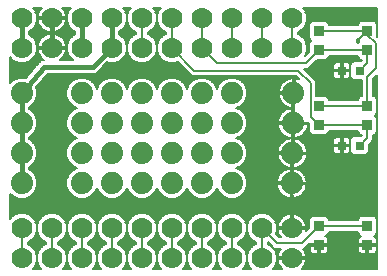
<source format=gtl>
G75*
%MOIN*%
%OFA0B0*%
%FSLAX25Y25*%
%IPPOS*%
%LPD*%
%AMOC8*
5,1,8,0,0,1.08239X$1,22.5*
%
%ADD10C,0.07000*%
%ADD11C,0.07400*%
%ADD12R,0.03543X0.03543*%
%ADD13R,0.03150X0.03150*%
%ADD14C,0.00600*%
%ADD15C,0.01600*%
%ADD16C,0.01800*%
%ADD17C,0.00800*%
D10*
X0011800Y0013983D03*
X0021800Y0013983D03*
X0031800Y0013983D03*
X0041800Y0013983D03*
X0051800Y0013983D03*
X0061800Y0013983D03*
X0071800Y0013983D03*
X0081800Y0013983D03*
X0091800Y0013983D03*
X0101800Y0013983D03*
X0101800Y0023933D03*
X0091800Y0023933D03*
X0081800Y0023933D03*
X0071800Y0023933D03*
X0061800Y0023933D03*
X0051800Y0023933D03*
X0041800Y0023933D03*
X0031800Y0023933D03*
X0021800Y0023933D03*
X0011800Y0023933D03*
X0011800Y0084033D03*
X0021800Y0084033D03*
X0031800Y0084033D03*
X0041800Y0084033D03*
X0051800Y0084033D03*
X0061800Y0084033D03*
X0071800Y0084033D03*
X0081800Y0084033D03*
X0091800Y0084033D03*
X0101800Y0084033D03*
X0101800Y0093983D03*
X0091800Y0093983D03*
X0081800Y0093983D03*
X0071800Y0093983D03*
X0061800Y0093983D03*
X0051800Y0093983D03*
X0041800Y0093983D03*
X0031800Y0093983D03*
X0021800Y0093983D03*
X0011800Y0093983D03*
D11*
X0011800Y0068933D03*
X0011800Y0058933D03*
X0011800Y0048933D03*
X0011800Y0038933D03*
X0031800Y0038933D03*
X0041800Y0038933D03*
X0051800Y0038933D03*
X0061800Y0038933D03*
X0071800Y0038933D03*
X0081800Y0038933D03*
X0081800Y0048933D03*
X0071800Y0048933D03*
X0061800Y0048933D03*
X0051800Y0048933D03*
X0041800Y0048933D03*
X0031800Y0048933D03*
X0031800Y0058933D03*
X0041800Y0058933D03*
X0051800Y0058933D03*
X0061800Y0058933D03*
X0071800Y0058933D03*
X0081800Y0058933D03*
X0081800Y0068933D03*
X0071800Y0068933D03*
X0061800Y0068933D03*
X0051800Y0068933D03*
X0041800Y0068933D03*
X0031800Y0068933D03*
X0102149Y0058930D03*
X0101975Y0048932D03*
X0101800Y0038933D03*
X0102324Y0068928D03*
D12*
X0110829Y0064633D03*
X0110829Y0058333D03*
X0126971Y0058333D03*
X0126971Y0064633D03*
X0126971Y0083333D03*
X0126971Y0089633D03*
X0110829Y0089633D03*
X0110829Y0083333D03*
X0110829Y0024633D03*
X0110829Y0018333D03*
X0126971Y0018333D03*
X0126971Y0024633D03*
D13*
X0124400Y0051483D03*
X0118400Y0051483D03*
X0118400Y0076483D03*
X0124400Y0076483D03*
D14*
X0016039Y0011151D02*
X0015371Y0010483D01*
X0018229Y0010483D01*
X0017561Y0011151D01*
X0016800Y0012988D01*
X0016800Y0014978D01*
X0016039Y0016815D01*
X0014632Y0018222D01*
X0013700Y0018608D01*
X0013700Y0019308D01*
X0014632Y0019694D01*
X0016039Y0021101D01*
X0016800Y0022938D01*
X0016800Y0024928D01*
X0016039Y0026765D01*
X0014632Y0028172D01*
X0012795Y0028933D01*
X0010805Y0028933D01*
X0008968Y0028172D01*
X0007900Y0027104D01*
X0007900Y0035479D01*
X0008854Y0034525D01*
X0010766Y0033733D01*
X0012834Y0033733D01*
X0014746Y0034525D01*
X0016208Y0035988D01*
X0017000Y0037899D01*
X0017000Y0039967D01*
X0016208Y0041879D01*
X0014746Y0043341D01*
X0014100Y0043609D01*
X0014100Y0044257D01*
X0014746Y0044525D01*
X0016208Y0045987D01*
X0017000Y0047899D01*
X0017000Y0049967D01*
X0016208Y0051879D01*
X0014746Y0053341D01*
X0014100Y0053609D01*
X0014100Y0054257D01*
X0014746Y0054525D01*
X0016208Y0055987D01*
X0017000Y0057899D01*
X0017000Y0059967D01*
X0016208Y0061879D01*
X0014746Y0063341D01*
X0014100Y0063609D01*
X0014100Y0064257D01*
X0014746Y0064525D01*
X0016208Y0065988D01*
X0017000Y0067899D01*
X0017000Y0069967D01*
X0016582Y0070977D01*
X0020358Y0075383D01*
X0036403Y0075383D01*
X0040273Y0079254D01*
X0040805Y0079033D01*
X0042795Y0079033D01*
X0044632Y0079794D01*
X0046039Y0081201D01*
X0046800Y0083038D01*
X0047561Y0081201D01*
X0048968Y0079794D01*
X0050805Y0079033D01*
X0052795Y0079033D01*
X0054632Y0079794D01*
X0056039Y0081201D01*
X0056800Y0083038D01*
X0057561Y0081201D01*
X0058968Y0079794D01*
X0060805Y0079033D01*
X0062795Y0079033D01*
X0063727Y0079419D01*
X0068563Y0074583D01*
X0103113Y0074583D01*
X0104081Y0073615D01*
X0103494Y0073805D01*
X0102717Y0073928D01*
X0102711Y0073928D01*
X0102629Y0069223D01*
X0102029Y0069234D01*
X0102111Y0073928D01*
X0101930Y0073928D01*
X0101153Y0073805D01*
X0100404Y0073562D01*
X0099703Y0073205D01*
X0099066Y0072742D01*
X0098510Y0072186D01*
X0098047Y0071549D01*
X0097690Y0070848D01*
X0097447Y0070099D01*
X0097324Y0069322D01*
X0097324Y0069316D01*
X0102029Y0069234D01*
X0102018Y0068634D01*
X0097324Y0068716D01*
X0097324Y0068535D01*
X0097447Y0067758D01*
X0097690Y0067009D01*
X0098047Y0066308D01*
X0098510Y0065671D01*
X0099066Y0065115D01*
X0099703Y0064652D01*
X0100404Y0064295D01*
X0101153Y0064052D01*
X0101921Y0063930D01*
X0101756Y0063930D01*
X0100978Y0063807D01*
X0100230Y0063564D01*
X0099528Y0063206D01*
X0098892Y0062744D01*
X0098335Y0062187D01*
X0097873Y0061551D01*
X0097515Y0060849D01*
X0097272Y0060101D01*
X0097149Y0059324D01*
X0097149Y0059317D01*
X0101854Y0059235D01*
X0101844Y0058635D01*
X0102444Y0058625D01*
X0102454Y0059225D01*
X0101854Y0059235D01*
X0101936Y0063930D01*
X0102018Y0068634D01*
X0102618Y0068623D01*
X0102536Y0063930D01*
X0102454Y0059225D01*
X0107149Y0059143D01*
X0107149Y0059147D01*
X0107270Y0059026D01*
X0107557Y0058739D01*
X0107557Y0055940D01*
X0108436Y0055062D01*
X0113222Y0055062D01*
X0114101Y0055940D01*
X0114101Y0056433D01*
X0123699Y0056433D01*
X0123699Y0055940D01*
X0124578Y0055062D01*
X0125071Y0055062D01*
X0125071Y0054841D01*
X0124788Y0054558D01*
X0122204Y0054558D01*
X0121325Y0053679D01*
X0121325Y0049287D01*
X0122204Y0048408D01*
X0126596Y0048408D01*
X0127475Y0049287D01*
X0127475Y0051871D01*
X0127758Y0052154D01*
X0128871Y0053267D01*
X0128871Y0055062D01*
X0129364Y0055062D01*
X0130243Y0055940D01*
X0130243Y0060726D01*
X0129486Y0061483D01*
X0130243Y0062240D01*
X0130243Y0067026D01*
X0129364Y0067904D01*
X0128871Y0067904D01*
X0128871Y0073703D01*
X0130300Y0075132D01*
X0130300Y0010483D01*
X0105088Y0010483D01*
X0105461Y0010856D01*
X0105905Y0011467D01*
X0106248Y0012141D01*
X0106482Y0012859D01*
X0106600Y0013605D01*
X0106600Y0013683D01*
X0102100Y0013683D01*
X0102100Y0014283D01*
X0106600Y0014283D01*
X0106600Y0014361D01*
X0106482Y0015107D01*
X0106248Y0015826D01*
X0105905Y0016499D01*
X0105481Y0017083D01*
X0105967Y0017083D01*
X0107080Y0018196D01*
X0107757Y0018874D01*
X0107757Y0018633D01*
X0110529Y0018633D01*
X0110529Y0018033D01*
X0111129Y0018033D01*
X0111129Y0015262D01*
X0112772Y0015262D01*
X0113103Y0015350D01*
X0113399Y0015522D01*
X0113641Y0015764D01*
X0113812Y0016060D01*
X0113901Y0016391D01*
X0113901Y0018033D01*
X0111129Y0018033D01*
X0111129Y0018633D01*
X0113901Y0018633D01*
X0113901Y0020276D01*
X0113812Y0020607D01*
X0113641Y0020903D01*
X0113399Y0021145D01*
X0113103Y0021317D01*
X0112936Y0021361D01*
X0113222Y0021361D01*
X0114101Y0022240D01*
X0114101Y0022733D01*
X0123699Y0022733D01*
X0123699Y0022240D01*
X0124578Y0021361D01*
X0124864Y0021361D01*
X0124697Y0021317D01*
X0124401Y0021145D01*
X0124159Y0020903D01*
X0123988Y0020607D01*
X0123899Y0020276D01*
X0123899Y0018633D01*
X0126671Y0018633D01*
X0126671Y0018033D01*
X0127271Y0018033D01*
X0127271Y0015262D01*
X0128914Y0015262D01*
X0129244Y0015350D01*
X0129541Y0015522D01*
X0129783Y0015764D01*
X0129954Y0016060D01*
X0130043Y0016391D01*
X0130043Y0018033D01*
X0127271Y0018033D01*
X0127271Y0018633D01*
X0130043Y0018633D01*
X0130043Y0020276D01*
X0129954Y0020607D01*
X0129783Y0020903D01*
X0129541Y0021145D01*
X0129244Y0021317D01*
X0129078Y0021361D01*
X0129364Y0021361D01*
X0130243Y0022240D01*
X0130243Y0027026D01*
X0129364Y0027904D01*
X0124578Y0027904D01*
X0123699Y0027026D01*
X0123699Y0026533D01*
X0114101Y0026533D01*
X0114101Y0027026D01*
X0113222Y0027904D01*
X0108436Y0027904D01*
X0107557Y0027026D01*
X0107557Y0024048D01*
X0106513Y0023003D01*
X0106600Y0023555D01*
X0106600Y0023633D01*
X0102100Y0023633D01*
X0102100Y0024233D01*
X0106600Y0024233D01*
X0106600Y0024311D01*
X0106482Y0025057D01*
X0106248Y0025776D01*
X0105905Y0026449D01*
X0105461Y0027060D01*
X0104927Y0027594D01*
X0104316Y0028038D01*
X0103643Y0028381D01*
X0102924Y0028615D01*
X0102178Y0028733D01*
X0102100Y0028733D01*
X0102100Y0024233D01*
X0101500Y0024233D01*
X0101500Y0023633D01*
X0097000Y0023633D01*
X0097000Y0023555D01*
X0097118Y0022809D01*
X0097352Y0022091D01*
X0097695Y0021417D01*
X0098083Y0020883D01*
X0097537Y0020883D01*
X0096414Y0022006D01*
X0096800Y0022938D01*
X0096800Y0024928D01*
X0096039Y0026765D01*
X0094632Y0028172D01*
X0092795Y0028933D01*
X0090805Y0028933D01*
X0088968Y0028172D01*
X0087561Y0026765D01*
X0086800Y0024928D01*
X0086039Y0026765D01*
X0084632Y0028172D01*
X0082795Y0028933D01*
X0080805Y0028933D01*
X0078968Y0028172D01*
X0077561Y0026765D01*
X0076800Y0024928D01*
X0076039Y0026765D01*
X0074632Y0028172D01*
X0072795Y0028933D01*
X0070805Y0028933D01*
X0068968Y0028172D01*
X0067561Y0026765D01*
X0066800Y0024928D01*
X0066039Y0026765D01*
X0064632Y0028172D01*
X0062795Y0028933D01*
X0060805Y0028933D01*
X0058968Y0028172D01*
X0057561Y0026765D01*
X0056800Y0024928D01*
X0056039Y0026765D01*
X0054632Y0028172D01*
X0052795Y0028933D01*
X0050805Y0028933D01*
X0048968Y0028172D01*
X0047561Y0026765D01*
X0046800Y0024928D01*
X0046039Y0026765D01*
X0044632Y0028172D01*
X0042795Y0028933D01*
X0040805Y0028933D01*
X0038968Y0028172D01*
X0037561Y0026765D01*
X0036800Y0024928D01*
X0036039Y0026765D01*
X0034632Y0028172D01*
X0032795Y0028933D01*
X0030805Y0028933D01*
X0028968Y0028172D01*
X0027561Y0026765D01*
X0026800Y0024928D01*
X0026039Y0026765D01*
X0024632Y0028172D01*
X0022795Y0028933D01*
X0020805Y0028933D01*
X0018968Y0028172D01*
X0017561Y0026765D01*
X0016800Y0024928D01*
X0016800Y0022938D01*
X0017561Y0021101D01*
X0018968Y0019694D01*
X0019900Y0019308D01*
X0019900Y0018608D01*
X0018968Y0018222D01*
X0017561Y0016815D01*
X0016800Y0014978D01*
X0016800Y0012988D01*
X0016039Y0011151D01*
X0016045Y0011165D02*
X0017555Y0011165D01*
X0017307Y0011764D02*
X0016293Y0011764D01*
X0016541Y0012362D02*
X0017059Y0012362D01*
X0016811Y0012961D02*
X0016788Y0012961D01*
X0016800Y0013559D02*
X0016800Y0013559D01*
X0016800Y0014158D02*
X0016800Y0014158D01*
X0016800Y0014756D02*
X0016800Y0014756D01*
X0016644Y0015355D02*
X0016956Y0015355D01*
X0017204Y0015953D02*
X0016396Y0015953D01*
X0016148Y0016552D02*
X0017452Y0016552D01*
X0017896Y0017150D02*
X0015704Y0017150D01*
X0015105Y0017749D02*
X0018495Y0017749D01*
X0019271Y0018347D02*
X0014329Y0018347D01*
X0013700Y0018946D02*
X0019900Y0018946D01*
X0019330Y0019544D02*
X0014270Y0019544D01*
X0015081Y0020143D02*
X0018519Y0020143D01*
X0017921Y0020741D02*
X0015679Y0020741D01*
X0016138Y0021340D02*
X0017462Y0021340D01*
X0017214Y0021938D02*
X0016386Y0021938D01*
X0016634Y0022537D02*
X0016966Y0022537D01*
X0016800Y0023135D02*
X0016800Y0023135D01*
X0016800Y0023734D02*
X0016800Y0023734D01*
X0016800Y0024332D02*
X0016800Y0024332D01*
X0016799Y0024931D02*
X0016801Y0024931D01*
X0017049Y0025529D02*
X0016551Y0025529D01*
X0016303Y0026128D02*
X0017297Y0026128D01*
X0017545Y0026727D02*
X0016055Y0026727D01*
X0015479Y0027325D02*
X0018121Y0027325D01*
X0018719Y0027924D02*
X0014881Y0027924D01*
X0013787Y0028522D02*
X0019813Y0028522D01*
X0023787Y0028522D02*
X0029813Y0028522D01*
X0028719Y0027924D02*
X0024881Y0027924D01*
X0025479Y0027325D02*
X0028121Y0027325D01*
X0027545Y0026727D02*
X0026055Y0026727D01*
X0026303Y0026128D02*
X0027297Y0026128D01*
X0027049Y0025529D02*
X0026551Y0025529D01*
X0026799Y0024931D02*
X0026801Y0024931D01*
X0026800Y0024928D02*
X0026800Y0022938D01*
X0026800Y0024928D01*
X0026800Y0024332D02*
X0026800Y0024332D01*
X0026800Y0023734D02*
X0026800Y0023734D01*
X0026800Y0023135D02*
X0026800Y0023135D01*
X0026800Y0022938D02*
X0026039Y0021101D01*
X0024632Y0019694D01*
X0023700Y0019308D01*
X0023700Y0018608D01*
X0024632Y0018222D01*
X0026039Y0016815D01*
X0026800Y0014978D01*
X0026800Y0012988D01*
X0026039Y0011151D01*
X0025371Y0010483D01*
X0028229Y0010483D01*
X0027561Y0011151D01*
X0026800Y0012988D01*
X0026800Y0014978D01*
X0027561Y0016815D01*
X0028968Y0018222D01*
X0029900Y0018608D01*
X0029900Y0019308D01*
X0028968Y0019694D01*
X0027561Y0021101D01*
X0026800Y0022938D01*
X0026634Y0022537D02*
X0026966Y0022537D01*
X0027214Y0021938D02*
X0026386Y0021938D01*
X0026138Y0021340D02*
X0027462Y0021340D01*
X0027921Y0020741D02*
X0025679Y0020741D01*
X0025081Y0020143D02*
X0028519Y0020143D01*
X0029330Y0019544D02*
X0024270Y0019544D01*
X0023700Y0018946D02*
X0029900Y0018946D01*
X0029271Y0018347D02*
X0024329Y0018347D01*
X0025105Y0017749D02*
X0028495Y0017749D01*
X0027896Y0017150D02*
X0025704Y0017150D01*
X0026148Y0016552D02*
X0027452Y0016552D01*
X0027204Y0015953D02*
X0026396Y0015953D01*
X0026644Y0015355D02*
X0026956Y0015355D01*
X0026800Y0014756D02*
X0026800Y0014756D01*
X0026800Y0014158D02*
X0026800Y0014158D01*
X0026800Y0013559D02*
X0026800Y0013559D01*
X0026788Y0012961D02*
X0026811Y0012961D01*
X0027059Y0012362D02*
X0026541Y0012362D01*
X0026293Y0011764D02*
X0027307Y0011764D01*
X0027555Y0011165D02*
X0026045Y0011165D01*
X0025455Y0010567D02*
X0028145Y0010567D01*
X0035371Y0010483D02*
X0036039Y0011151D01*
X0036800Y0012988D01*
X0036800Y0014978D01*
X0036039Y0016815D01*
X0034632Y0018222D01*
X0033700Y0018608D01*
X0033700Y0019308D01*
X0034632Y0019694D01*
X0036039Y0021101D01*
X0036800Y0022938D01*
X0036800Y0024928D01*
X0036800Y0022938D01*
X0037561Y0021101D01*
X0038968Y0019694D01*
X0039900Y0019308D01*
X0039900Y0018608D01*
X0038968Y0018222D01*
X0037561Y0016815D01*
X0036800Y0014978D01*
X0036800Y0012988D01*
X0037561Y0011151D01*
X0038229Y0010483D01*
X0035371Y0010483D01*
X0035455Y0010567D02*
X0038145Y0010567D01*
X0037555Y0011165D02*
X0036045Y0011165D01*
X0036293Y0011764D02*
X0037307Y0011764D01*
X0037059Y0012362D02*
X0036541Y0012362D01*
X0036788Y0012961D02*
X0036811Y0012961D01*
X0036800Y0013559D02*
X0036800Y0013559D01*
X0036800Y0014158D02*
X0036800Y0014158D01*
X0036800Y0014756D02*
X0036800Y0014756D01*
X0036644Y0015355D02*
X0036956Y0015355D01*
X0037204Y0015953D02*
X0036396Y0015953D01*
X0036148Y0016552D02*
X0037452Y0016552D01*
X0037896Y0017150D02*
X0035704Y0017150D01*
X0035105Y0017749D02*
X0038495Y0017749D01*
X0039271Y0018347D02*
X0034329Y0018347D01*
X0033700Y0018946D02*
X0039900Y0018946D01*
X0039330Y0019544D02*
X0034270Y0019544D01*
X0035081Y0020143D02*
X0038519Y0020143D01*
X0037921Y0020741D02*
X0035679Y0020741D01*
X0036138Y0021340D02*
X0037462Y0021340D01*
X0037214Y0021938D02*
X0036386Y0021938D01*
X0036634Y0022537D02*
X0036966Y0022537D01*
X0036800Y0023135D02*
X0036800Y0023135D01*
X0036800Y0023734D02*
X0036800Y0023734D01*
X0036800Y0024332D02*
X0036800Y0024332D01*
X0036799Y0024931D02*
X0036801Y0024931D01*
X0037049Y0025529D02*
X0036551Y0025529D01*
X0036303Y0026128D02*
X0037297Y0026128D01*
X0037545Y0026727D02*
X0036055Y0026727D01*
X0035479Y0027325D02*
X0038121Y0027325D01*
X0038719Y0027924D02*
X0034881Y0027924D01*
X0033787Y0028522D02*
X0039813Y0028522D01*
X0043787Y0028522D02*
X0049813Y0028522D01*
X0048719Y0027924D02*
X0044881Y0027924D01*
X0045479Y0027325D02*
X0048121Y0027325D01*
X0047545Y0026727D02*
X0046055Y0026727D01*
X0046303Y0026128D02*
X0047297Y0026128D01*
X0047049Y0025529D02*
X0046551Y0025529D01*
X0046799Y0024931D02*
X0046801Y0024931D01*
X0046800Y0024928D02*
X0046800Y0022938D01*
X0046800Y0024928D01*
X0046800Y0024332D02*
X0046800Y0024332D01*
X0046800Y0023734D02*
X0046800Y0023734D01*
X0046800Y0023135D02*
X0046800Y0023135D01*
X0046800Y0022938D02*
X0046039Y0021101D01*
X0044632Y0019694D01*
X0043700Y0019308D01*
X0043700Y0018608D01*
X0044632Y0018222D01*
X0046039Y0016815D01*
X0046800Y0014978D01*
X0046800Y0012988D01*
X0046039Y0011151D01*
X0045371Y0010483D01*
X0048229Y0010483D01*
X0047561Y0011151D01*
X0046800Y0012988D01*
X0046800Y0014978D01*
X0047561Y0016815D01*
X0048968Y0018222D01*
X0049900Y0018608D01*
X0049900Y0019308D01*
X0048968Y0019694D01*
X0047561Y0021101D01*
X0046800Y0022938D01*
X0046634Y0022537D02*
X0046966Y0022537D01*
X0047214Y0021938D02*
X0046386Y0021938D01*
X0046138Y0021340D02*
X0047462Y0021340D01*
X0047921Y0020741D02*
X0045679Y0020741D01*
X0045081Y0020143D02*
X0048519Y0020143D01*
X0049330Y0019544D02*
X0044270Y0019544D01*
X0043700Y0018946D02*
X0049900Y0018946D01*
X0049271Y0018347D02*
X0044329Y0018347D01*
X0045105Y0017749D02*
X0048495Y0017749D01*
X0047896Y0017150D02*
X0045704Y0017150D01*
X0046148Y0016552D02*
X0047452Y0016552D01*
X0047204Y0015953D02*
X0046396Y0015953D01*
X0046644Y0015355D02*
X0046956Y0015355D01*
X0046800Y0014756D02*
X0046800Y0014756D01*
X0046800Y0014158D02*
X0046800Y0014158D01*
X0046800Y0013559D02*
X0046800Y0013559D01*
X0046788Y0012961D02*
X0046811Y0012961D01*
X0047059Y0012362D02*
X0046541Y0012362D01*
X0046293Y0011764D02*
X0047307Y0011764D01*
X0047555Y0011165D02*
X0046045Y0011165D01*
X0045455Y0010567D02*
X0048145Y0010567D01*
X0055371Y0010483D02*
X0056039Y0011151D01*
X0056800Y0012988D01*
X0056800Y0014978D01*
X0056039Y0016815D01*
X0054632Y0018222D01*
X0053700Y0018608D01*
X0053700Y0019308D01*
X0054632Y0019694D01*
X0056039Y0021101D01*
X0056800Y0022938D01*
X0056800Y0024928D01*
X0056800Y0022938D01*
X0057561Y0021101D01*
X0058968Y0019694D01*
X0059900Y0019308D01*
X0059900Y0018608D01*
X0058968Y0018222D01*
X0057561Y0016815D01*
X0056800Y0014978D01*
X0056800Y0012988D01*
X0057561Y0011151D01*
X0058229Y0010483D01*
X0055371Y0010483D01*
X0055455Y0010567D02*
X0058145Y0010567D01*
X0057555Y0011165D02*
X0056045Y0011165D01*
X0056293Y0011764D02*
X0057307Y0011764D01*
X0057059Y0012362D02*
X0056541Y0012362D01*
X0056788Y0012961D02*
X0056811Y0012961D01*
X0056800Y0013559D02*
X0056800Y0013559D01*
X0056800Y0014158D02*
X0056800Y0014158D01*
X0056800Y0014756D02*
X0056800Y0014756D01*
X0056644Y0015355D02*
X0056956Y0015355D01*
X0057204Y0015953D02*
X0056396Y0015953D01*
X0056148Y0016552D02*
X0057452Y0016552D01*
X0057896Y0017150D02*
X0055704Y0017150D01*
X0055105Y0017749D02*
X0058495Y0017749D01*
X0059271Y0018347D02*
X0054329Y0018347D01*
X0053700Y0018946D02*
X0059900Y0018946D01*
X0059330Y0019544D02*
X0054270Y0019544D01*
X0055081Y0020143D02*
X0058519Y0020143D01*
X0057921Y0020741D02*
X0055679Y0020741D01*
X0056138Y0021340D02*
X0057462Y0021340D01*
X0057214Y0021938D02*
X0056386Y0021938D01*
X0056634Y0022537D02*
X0056966Y0022537D01*
X0056800Y0023135D02*
X0056800Y0023135D01*
X0056800Y0023734D02*
X0056800Y0023734D01*
X0056800Y0024332D02*
X0056800Y0024332D01*
X0056799Y0024931D02*
X0056801Y0024931D01*
X0057049Y0025529D02*
X0056551Y0025529D01*
X0056303Y0026128D02*
X0057297Y0026128D01*
X0057545Y0026727D02*
X0056055Y0026727D01*
X0055479Y0027325D02*
X0058121Y0027325D01*
X0058719Y0027924D02*
X0054881Y0027924D01*
X0053787Y0028522D02*
X0059813Y0028522D01*
X0063787Y0028522D02*
X0069813Y0028522D01*
X0068719Y0027924D02*
X0064881Y0027924D01*
X0065479Y0027325D02*
X0068121Y0027325D01*
X0067545Y0026727D02*
X0066055Y0026727D01*
X0066303Y0026128D02*
X0067297Y0026128D01*
X0067049Y0025529D02*
X0066551Y0025529D01*
X0066799Y0024931D02*
X0066801Y0024931D01*
X0066800Y0024928D02*
X0066800Y0022938D01*
X0066800Y0024928D01*
X0066800Y0024332D02*
X0066800Y0024332D01*
X0066800Y0023734D02*
X0066800Y0023734D01*
X0066800Y0023135D02*
X0066800Y0023135D01*
X0066800Y0022938D02*
X0066039Y0021101D01*
X0064632Y0019694D01*
X0063700Y0019308D01*
X0063700Y0018608D01*
X0064632Y0018222D01*
X0066039Y0016815D01*
X0066800Y0014978D01*
X0066800Y0012988D01*
X0066039Y0011151D01*
X0065371Y0010483D01*
X0068229Y0010483D01*
X0067561Y0011151D01*
X0066800Y0012988D01*
X0066800Y0014978D01*
X0067561Y0016815D01*
X0068968Y0018222D01*
X0069900Y0018608D01*
X0069900Y0019308D01*
X0068968Y0019694D01*
X0067561Y0021101D01*
X0066800Y0022938D01*
X0066634Y0022537D02*
X0066966Y0022537D01*
X0067214Y0021938D02*
X0066386Y0021938D01*
X0066138Y0021340D02*
X0067462Y0021340D01*
X0067921Y0020741D02*
X0065679Y0020741D01*
X0065081Y0020143D02*
X0068519Y0020143D01*
X0069330Y0019544D02*
X0064270Y0019544D01*
X0063700Y0018946D02*
X0069900Y0018946D01*
X0069271Y0018347D02*
X0064329Y0018347D01*
X0065105Y0017749D02*
X0068495Y0017749D01*
X0067896Y0017150D02*
X0065704Y0017150D01*
X0066148Y0016552D02*
X0067452Y0016552D01*
X0067204Y0015953D02*
X0066396Y0015953D01*
X0066644Y0015355D02*
X0066956Y0015355D01*
X0066800Y0014756D02*
X0066800Y0014756D01*
X0066800Y0014158D02*
X0066800Y0014158D01*
X0066800Y0013559D02*
X0066800Y0013559D01*
X0066788Y0012961D02*
X0066811Y0012961D01*
X0067059Y0012362D02*
X0066541Y0012362D01*
X0066293Y0011764D02*
X0067307Y0011764D01*
X0067555Y0011165D02*
X0066045Y0011165D01*
X0065455Y0010567D02*
X0068145Y0010567D01*
X0075371Y0010483D02*
X0076039Y0011151D01*
X0076800Y0012988D01*
X0076800Y0014978D01*
X0076039Y0016815D01*
X0074632Y0018222D01*
X0073700Y0018608D01*
X0073700Y0019308D01*
X0074632Y0019694D01*
X0076039Y0021101D01*
X0076800Y0022938D01*
X0076800Y0024928D01*
X0076800Y0022938D01*
X0077561Y0021101D01*
X0078968Y0019694D01*
X0079900Y0019308D01*
X0079900Y0018608D01*
X0078968Y0018222D01*
X0077561Y0016815D01*
X0076800Y0014978D01*
X0076800Y0012988D01*
X0077561Y0011151D01*
X0078229Y0010483D01*
X0075371Y0010483D01*
X0075455Y0010567D02*
X0078145Y0010567D01*
X0077555Y0011165D02*
X0076045Y0011165D01*
X0076293Y0011764D02*
X0077307Y0011764D01*
X0077059Y0012362D02*
X0076541Y0012362D01*
X0076788Y0012961D02*
X0076811Y0012961D01*
X0076800Y0013559D02*
X0076800Y0013559D01*
X0076800Y0014158D02*
X0076800Y0014158D01*
X0076800Y0014756D02*
X0076800Y0014756D01*
X0076644Y0015355D02*
X0076956Y0015355D01*
X0077204Y0015953D02*
X0076396Y0015953D01*
X0076148Y0016552D02*
X0077452Y0016552D01*
X0077896Y0017150D02*
X0075704Y0017150D01*
X0075105Y0017749D02*
X0078495Y0017749D01*
X0079271Y0018347D02*
X0074329Y0018347D01*
X0073700Y0018946D02*
X0079900Y0018946D01*
X0079330Y0019544D02*
X0074270Y0019544D01*
X0075081Y0020143D02*
X0078519Y0020143D01*
X0077921Y0020741D02*
X0075679Y0020741D01*
X0076138Y0021340D02*
X0077462Y0021340D01*
X0077214Y0021938D02*
X0076386Y0021938D01*
X0076634Y0022537D02*
X0076966Y0022537D01*
X0076800Y0023135D02*
X0076800Y0023135D01*
X0076800Y0023734D02*
X0076800Y0023734D01*
X0076800Y0024332D02*
X0076800Y0024332D01*
X0076799Y0024931D02*
X0076801Y0024931D01*
X0077049Y0025529D02*
X0076551Y0025529D01*
X0076303Y0026128D02*
X0077297Y0026128D01*
X0077545Y0026727D02*
X0076055Y0026727D01*
X0075479Y0027325D02*
X0078121Y0027325D01*
X0078719Y0027924D02*
X0074881Y0027924D01*
X0073787Y0028522D02*
X0079813Y0028522D01*
X0083787Y0028522D02*
X0089813Y0028522D01*
X0088719Y0027924D02*
X0084881Y0027924D01*
X0085479Y0027325D02*
X0088121Y0027325D01*
X0087545Y0026727D02*
X0086055Y0026727D01*
X0086303Y0026128D02*
X0087297Y0026128D01*
X0087049Y0025529D02*
X0086551Y0025529D01*
X0086799Y0024931D02*
X0086801Y0024931D01*
X0086800Y0024928D02*
X0086800Y0022938D01*
X0086800Y0024928D01*
X0086800Y0024332D02*
X0086800Y0024332D01*
X0086800Y0023734D02*
X0086800Y0023734D01*
X0086800Y0023135D02*
X0086800Y0023135D01*
X0086800Y0022938D02*
X0086039Y0021101D01*
X0084632Y0019694D01*
X0083700Y0019308D01*
X0083700Y0018608D01*
X0084632Y0018222D01*
X0086039Y0016815D01*
X0086800Y0014978D01*
X0086800Y0012988D01*
X0086039Y0011151D01*
X0085371Y0010483D01*
X0088229Y0010483D01*
X0087561Y0011151D01*
X0086800Y0012988D01*
X0086800Y0014978D01*
X0087561Y0016815D01*
X0088968Y0018222D01*
X0089900Y0018608D01*
X0089900Y0019308D01*
X0088968Y0019694D01*
X0087561Y0021101D01*
X0086800Y0022938D01*
X0086634Y0022537D02*
X0086966Y0022537D01*
X0087214Y0021938D02*
X0086386Y0021938D01*
X0086138Y0021340D02*
X0087462Y0021340D01*
X0087921Y0020741D02*
X0085679Y0020741D01*
X0085081Y0020143D02*
X0088519Y0020143D01*
X0089330Y0019544D02*
X0084270Y0019544D01*
X0083700Y0018946D02*
X0089900Y0018946D01*
X0089271Y0018347D02*
X0084329Y0018347D01*
X0085105Y0017749D02*
X0088495Y0017749D01*
X0087896Y0017150D02*
X0085704Y0017150D01*
X0086148Y0016552D02*
X0087452Y0016552D01*
X0087204Y0015953D02*
X0086396Y0015953D01*
X0086644Y0015355D02*
X0086956Y0015355D01*
X0086800Y0014756D02*
X0086800Y0014756D01*
X0086800Y0014158D02*
X0086800Y0014158D01*
X0086800Y0013559D02*
X0086800Y0013559D01*
X0086788Y0012961D02*
X0086811Y0012961D01*
X0087059Y0012362D02*
X0086541Y0012362D01*
X0086293Y0011764D02*
X0087307Y0011764D01*
X0087555Y0011165D02*
X0086045Y0011165D01*
X0085455Y0010567D02*
X0088145Y0010567D01*
X0095371Y0010483D02*
X0096039Y0011151D01*
X0096800Y0012988D01*
X0096800Y0014978D01*
X0096039Y0016815D01*
X0094632Y0018222D01*
X0093700Y0018608D01*
X0093700Y0019308D01*
X0093727Y0019319D01*
X0094850Y0018196D01*
X0095963Y0017083D01*
X0098119Y0017083D01*
X0097695Y0016499D01*
X0097352Y0015826D01*
X0097118Y0015107D01*
X0097000Y0014361D01*
X0097000Y0014283D01*
X0101500Y0014283D01*
X0101500Y0013683D01*
X0097000Y0013683D01*
X0097000Y0013605D01*
X0097118Y0012859D01*
X0097352Y0012141D01*
X0097695Y0011467D01*
X0098139Y0010856D01*
X0098512Y0010483D01*
X0095371Y0010483D01*
X0095455Y0010567D02*
X0098428Y0010567D01*
X0097914Y0011165D02*
X0096045Y0011165D01*
X0096293Y0011764D02*
X0097544Y0011764D01*
X0097280Y0012362D02*
X0096541Y0012362D01*
X0096788Y0012961D02*
X0097102Y0012961D01*
X0097007Y0013559D02*
X0096800Y0013559D01*
X0096800Y0014158D02*
X0101500Y0014158D01*
X0102100Y0014158D02*
X0130300Y0014158D01*
X0130300Y0014756D02*
X0106537Y0014756D01*
X0106401Y0015355D02*
X0108548Y0015355D01*
X0108556Y0015350D02*
X0108886Y0015262D01*
X0110529Y0015262D01*
X0110529Y0018033D01*
X0107757Y0018033D01*
X0107757Y0016391D01*
X0107846Y0016060D01*
X0108017Y0015764D01*
X0108259Y0015522D01*
X0108556Y0015350D01*
X0107908Y0015953D02*
X0106183Y0015953D01*
X0105867Y0016552D02*
X0107757Y0016552D01*
X0107757Y0017150D02*
X0106034Y0017150D01*
X0106632Y0017749D02*
X0107757Y0017749D01*
X0107231Y0018347D02*
X0110529Y0018347D01*
X0110529Y0017749D02*
X0111129Y0017749D01*
X0111129Y0018347D02*
X0126671Y0018347D01*
X0126671Y0018033D02*
X0123899Y0018033D01*
X0123899Y0016391D01*
X0123988Y0016060D01*
X0124159Y0015764D01*
X0124401Y0015522D01*
X0124697Y0015350D01*
X0125028Y0015262D01*
X0126671Y0015262D01*
X0126671Y0018033D01*
X0126671Y0017749D02*
X0127271Y0017749D01*
X0127271Y0018347D02*
X0130300Y0018347D01*
X0130300Y0017749D02*
X0130043Y0017749D01*
X0130043Y0017150D02*
X0130300Y0017150D01*
X0130300Y0016552D02*
X0130043Y0016552D01*
X0129892Y0015953D02*
X0130300Y0015953D01*
X0130300Y0015355D02*
X0129252Y0015355D01*
X0127271Y0015355D02*
X0126671Y0015355D01*
X0126671Y0015953D02*
X0127271Y0015953D01*
X0127271Y0016552D02*
X0126671Y0016552D01*
X0126671Y0017150D02*
X0127271Y0017150D01*
X0130043Y0018946D02*
X0130300Y0018946D01*
X0130300Y0019544D02*
X0130043Y0019544D01*
X0130043Y0020143D02*
X0130300Y0020143D01*
X0130300Y0020741D02*
X0129876Y0020741D01*
X0130300Y0021340D02*
X0129157Y0021340D01*
X0129941Y0021938D02*
X0130300Y0021938D01*
X0130300Y0022537D02*
X0130243Y0022537D01*
X0130243Y0023135D02*
X0130300Y0023135D01*
X0130300Y0023734D02*
X0130243Y0023734D01*
X0130243Y0024332D02*
X0130300Y0024332D01*
X0130300Y0024931D02*
X0130243Y0024931D01*
X0130243Y0025529D02*
X0130300Y0025529D01*
X0130300Y0026128D02*
X0130243Y0026128D01*
X0130243Y0026727D02*
X0130300Y0026727D01*
X0130300Y0027325D02*
X0129943Y0027325D01*
X0130300Y0027924D02*
X0104474Y0027924D01*
X0105196Y0027325D02*
X0107857Y0027325D01*
X0107557Y0026727D02*
X0105704Y0026727D01*
X0106069Y0026128D02*
X0107557Y0026128D01*
X0107557Y0025529D02*
X0106328Y0025529D01*
X0106502Y0024931D02*
X0107557Y0024931D01*
X0107557Y0024332D02*
X0106597Y0024332D01*
X0107243Y0023734D02*
X0102100Y0023734D01*
X0102100Y0024332D02*
X0101500Y0024332D01*
X0101500Y0024233D02*
X0101500Y0028733D01*
X0101422Y0028733D01*
X0100676Y0028615D01*
X0099957Y0028381D01*
X0099284Y0028038D01*
X0098673Y0027594D01*
X0098139Y0027060D01*
X0097695Y0026449D01*
X0097352Y0025776D01*
X0097118Y0025057D01*
X0097000Y0024311D01*
X0097000Y0024233D01*
X0101500Y0024233D01*
X0101500Y0023734D02*
X0096800Y0023734D01*
X0096800Y0024332D02*
X0097003Y0024332D01*
X0097098Y0024931D02*
X0096799Y0024931D01*
X0096551Y0025529D02*
X0097272Y0025529D01*
X0097531Y0026128D02*
X0096303Y0026128D01*
X0096055Y0026727D02*
X0097896Y0026727D01*
X0098404Y0027325D02*
X0095479Y0027325D01*
X0094881Y0027924D02*
X0099126Y0027924D01*
X0100390Y0028522D02*
X0093787Y0028522D01*
X0101500Y0028522D02*
X0102100Y0028522D01*
X0102100Y0027924D02*
X0101500Y0027924D01*
X0101500Y0027325D02*
X0102100Y0027325D01*
X0102100Y0026727D02*
X0101500Y0026727D01*
X0101500Y0026128D02*
X0102100Y0026128D01*
X0102100Y0025529D02*
X0101500Y0025529D01*
X0101500Y0024931D02*
X0102100Y0024931D01*
X0097066Y0023135D02*
X0096800Y0023135D01*
X0096634Y0022537D02*
X0097207Y0022537D01*
X0097429Y0021938D02*
X0096482Y0021938D01*
X0097080Y0021340D02*
X0097751Y0021340D01*
X0094699Y0018347D02*
X0094329Y0018347D01*
X0094100Y0018946D02*
X0093700Y0018946D01*
X0095105Y0017749D02*
X0095297Y0017749D01*
X0095704Y0017150D02*
X0095896Y0017150D01*
X0096148Y0016552D02*
X0097733Y0016552D01*
X0097417Y0015953D02*
X0096396Y0015953D01*
X0096644Y0015355D02*
X0097199Y0015355D01*
X0097063Y0014756D02*
X0096800Y0014756D01*
X0105172Y0010567D02*
X0130300Y0010567D01*
X0130300Y0011165D02*
X0105686Y0011165D01*
X0106056Y0011764D02*
X0130300Y0011764D01*
X0130300Y0012362D02*
X0106320Y0012362D01*
X0106498Y0012961D02*
X0130300Y0012961D01*
X0130300Y0013559D02*
X0106593Y0013559D01*
X0110529Y0015355D02*
X0111129Y0015355D01*
X0111129Y0015953D02*
X0110529Y0015953D01*
X0110529Y0016552D02*
X0111129Y0016552D01*
X0111129Y0017150D02*
X0110529Y0017150D01*
X0113110Y0015355D02*
X0124690Y0015355D01*
X0124049Y0015953D02*
X0113751Y0015953D01*
X0113901Y0016552D02*
X0123899Y0016552D01*
X0123899Y0017150D02*
X0113901Y0017150D01*
X0113901Y0017749D02*
X0123899Y0017749D01*
X0123899Y0018946D02*
X0113901Y0018946D01*
X0113901Y0019544D02*
X0123899Y0019544D01*
X0123899Y0020143D02*
X0113901Y0020143D01*
X0113735Y0020741D02*
X0124065Y0020741D01*
X0124785Y0021340D02*
X0113015Y0021340D01*
X0113799Y0021938D02*
X0124000Y0021938D01*
X0123699Y0022537D02*
X0114101Y0022537D01*
X0114101Y0026727D02*
X0123699Y0026727D01*
X0123999Y0027325D02*
X0113801Y0027325D01*
X0106645Y0023135D02*
X0106533Y0023135D01*
X0103210Y0028522D02*
X0130300Y0028522D01*
X0130300Y0029121D02*
X0007900Y0029121D01*
X0007900Y0029719D02*
X0130300Y0029719D01*
X0130300Y0030318D02*
X0007900Y0030318D01*
X0007900Y0030916D02*
X0130300Y0030916D01*
X0130300Y0031515D02*
X0007900Y0031515D01*
X0007900Y0032113D02*
X0130300Y0032113D01*
X0130300Y0032712D02*
X0007900Y0032712D01*
X0007900Y0033310D02*
X0130300Y0033310D01*
X0130300Y0033909D02*
X0083258Y0033909D01*
X0082834Y0033733D02*
X0084746Y0034525D01*
X0086208Y0035988D01*
X0087000Y0037899D01*
X0087000Y0039967D01*
X0086208Y0041879D01*
X0084746Y0043341D01*
X0083317Y0043933D01*
X0084746Y0044525D01*
X0086208Y0045987D01*
X0087000Y0047899D01*
X0087000Y0049967D01*
X0086208Y0051879D01*
X0084746Y0053341D01*
X0083317Y0053933D01*
X0084746Y0054525D01*
X0086208Y0055987D01*
X0087000Y0057899D01*
X0087000Y0059967D01*
X0086208Y0061879D01*
X0084746Y0063341D01*
X0083317Y0063933D01*
X0084746Y0064525D01*
X0086208Y0065988D01*
X0087000Y0067899D01*
X0087000Y0069967D01*
X0086208Y0071879D01*
X0084746Y0073341D01*
X0082834Y0074133D01*
X0080766Y0074133D01*
X0078854Y0073341D01*
X0077392Y0071879D01*
X0076800Y0070450D01*
X0076208Y0071879D01*
X0074746Y0073341D01*
X0072834Y0074133D01*
X0070766Y0074133D01*
X0068854Y0073341D01*
X0067392Y0071879D01*
X0066800Y0070450D01*
X0066208Y0071879D01*
X0064746Y0073341D01*
X0062834Y0074133D01*
X0060766Y0074133D01*
X0058854Y0073341D01*
X0057392Y0071879D01*
X0056800Y0070450D01*
X0056208Y0071879D01*
X0054746Y0073341D01*
X0052834Y0074133D01*
X0050766Y0074133D01*
X0048854Y0073341D01*
X0047392Y0071879D01*
X0046800Y0070450D01*
X0046208Y0071879D01*
X0044746Y0073341D01*
X0042834Y0074133D01*
X0040766Y0074133D01*
X0038854Y0073341D01*
X0037392Y0071879D01*
X0036800Y0070450D01*
X0036208Y0071879D01*
X0034746Y0073341D01*
X0032834Y0074133D01*
X0030766Y0074133D01*
X0028854Y0073341D01*
X0027392Y0071879D01*
X0026600Y0069967D01*
X0026600Y0067899D01*
X0027392Y0065988D01*
X0028854Y0064525D01*
X0030283Y0063933D01*
X0028854Y0063341D01*
X0027392Y0061879D01*
X0026600Y0059967D01*
X0026600Y0057899D01*
X0027392Y0055987D01*
X0028854Y0054525D01*
X0030283Y0053933D01*
X0028854Y0053341D01*
X0027392Y0051879D01*
X0026600Y0049967D01*
X0026600Y0047899D01*
X0027392Y0045987D01*
X0028854Y0044525D01*
X0030283Y0043933D01*
X0028854Y0043341D01*
X0027392Y0041879D01*
X0026600Y0039967D01*
X0026600Y0037899D01*
X0027392Y0035988D01*
X0028854Y0034525D01*
X0030766Y0033733D01*
X0032834Y0033733D01*
X0034746Y0034525D01*
X0036208Y0035988D01*
X0036800Y0037416D01*
X0037392Y0035988D01*
X0038854Y0034525D01*
X0040766Y0033733D01*
X0042834Y0033733D01*
X0044746Y0034525D01*
X0046208Y0035988D01*
X0046800Y0037416D01*
X0047392Y0035988D01*
X0048854Y0034525D01*
X0050766Y0033733D01*
X0052834Y0033733D01*
X0054746Y0034525D01*
X0056208Y0035988D01*
X0056800Y0037416D01*
X0057392Y0035988D01*
X0058854Y0034525D01*
X0060766Y0033733D01*
X0062834Y0033733D01*
X0064746Y0034525D01*
X0066208Y0035988D01*
X0066800Y0037416D01*
X0067392Y0035988D01*
X0068854Y0034525D01*
X0070766Y0033733D01*
X0072834Y0033733D01*
X0074746Y0034525D01*
X0076208Y0035988D01*
X0076800Y0037416D01*
X0077392Y0035988D01*
X0078854Y0034525D01*
X0080766Y0033733D01*
X0082834Y0033733D01*
X0084703Y0034507D02*
X0099473Y0034507D01*
X0099179Y0034657D02*
X0099881Y0034299D01*
X0100629Y0034056D01*
X0101406Y0033933D01*
X0101413Y0033933D01*
X0101495Y0038638D01*
X0102095Y0038628D01*
X0102105Y0039228D01*
X0101505Y0039238D01*
X0101495Y0038638D01*
X0096800Y0038720D01*
X0096800Y0038540D01*
X0096923Y0037762D01*
X0097166Y0037014D01*
X0097524Y0036312D01*
X0097986Y0035676D01*
X0098543Y0035119D01*
X0099179Y0034657D01*
X0098561Y0035106D02*
X0085327Y0035106D01*
X0085925Y0035704D02*
X0097966Y0035704D01*
X0097531Y0036303D02*
X0086339Y0036303D01*
X0086587Y0036901D02*
X0097224Y0036901D01*
X0097008Y0037500D02*
X0086835Y0037500D01*
X0087000Y0038098D02*
X0096870Y0038098D01*
X0096800Y0038697D02*
X0087000Y0038697D01*
X0087000Y0039295D02*
X0098239Y0039295D01*
X0098151Y0038697D02*
X0101496Y0038697D01*
X0101505Y0039238D02*
X0096800Y0039320D01*
X0096800Y0039327D01*
X0096923Y0040104D01*
X0097166Y0040852D01*
X0097524Y0041554D01*
X0097986Y0042190D01*
X0098543Y0042747D01*
X0099179Y0043209D01*
X0099881Y0043567D01*
X0100629Y0043810D01*
X0101406Y0043933D01*
X0101571Y0043933D01*
X0100804Y0044055D01*
X0100055Y0044298D01*
X0099354Y0044655D01*
X0098717Y0045118D01*
X0098161Y0045674D01*
X0097698Y0046311D01*
X0097341Y0047012D01*
X0097098Y0047761D01*
X0096975Y0048538D01*
X0096975Y0048719D01*
X0101669Y0048637D01*
X0101680Y0049237D01*
X0101762Y0053930D01*
X0101844Y0058635D01*
X0097149Y0058717D01*
X0097149Y0058537D01*
X0097272Y0057759D01*
X0097515Y0057011D01*
X0097873Y0056309D01*
X0098335Y0055673D01*
X0098892Y0055116D01*
X0099528Y0054654D01*
X0100230Y0054296D01*
X0100978Y0054053D01*
X0101746Y0053932D01*
X0101581Y0053932D01*
X0100804Y0053808D01*
X0100055Y0053565D01*
X0099354Y0053208D01*
X0098717Y0052745D01*
X0098161Y0052189D01*
X0097698Y0051552D01*
X0097341Y0050851D01*
X0097098Y0050102D01*
X0096975Y0049325D01*
X0096975Y0049319D01*
X0101680Y0049237D01*
X0102280Y0049226D01*
X0106975Y0049144D01*
X0106975Y0049325D01*
X0106851Y0050102D01*
X0106608Y0050851D01*
X0106251Y0051552D01*
X0105788Y0052189D01*
X0105232Y0052745D01*
X0104595Y0053208D01*
X0103894Y0053565D01*
X0103145Y0053808D01*
X0102378Y0053930D01*
X0102543Y0053930D01*
X0103320Y0054053D01*
X0104068Y0054296D01*
X0104770Y0054654D01*
X0105406Y0055116D01*
X0105963Y0055673D01*
X0106425Y0056309D01*
X0106783Y0057011D01*
X0107026Y0057759D01*
X0107149Y0058537D01*
X0107149Y0058543D01*
X0102444Y0058625D01*
X0102362Y0053932D01*
X0102280Y0049226D01*
X0102269Y0048626D01*
X0102187Y0043933D01*
X0102105Y0039228D01*
X0106800Y0039146D01*
X0106800Y0039327D01*
X0106677Y0040104D01*
X0106434Y0040852D01*
X0106076Y0041554D01*
X0105614Y0042190D01*
X0105057Y0042747D01*
X0104421Y0043209D01*
X0103719Y0043567D01*
X0102971Y0043810D01*
X0102203Y0043932D01*
X0102368Y0043932D01*
X0103145Y0044055D01*
X0103894Y0044298D01*
X0104595Y0044655D01*
X0105232Y0045118D01*
X0105788Y0045674D01*
X0106251Y0046311D01*
X0106608Y0047012D01*
X0106851Y0047761D01*
X0106975Y0048538D01*
X0106975Y0048544D01*
X0102269Y0048626D01*
X0101669Y0048637D01*
X0101587Y0043932D01*
X0101505Y0039238D01*
X0101506Y0039295D02*
X0102106Y0039295D01*
X0102096Y0038697D02*
X0130300Y0038697D01*
X0130300Y0039295D02*
X0106800Y0039295D01*
X0106710Y0039894D02*
X0130300Y0039894D01*
X0130300Y0040492D02*
X0106551Y0040492D01*
X0106312Y0041091D02*
X0130300Y0041091D01*
X0130300Y0041689D02*
X0105978Y0041689D01*
X0105516Y0042288D02*
X0130300Y0042288D01*
X0130300Y0042886D02*
X0104865Y0042886D01*
X0103880Y0043485D02*
X0130300Y0043485D01*
X0130300Y0044083D02*
X0103234Y0044083D01*
X0102190Y0044083D02*
X0101590Y0044083D01*
X0101579Y0043485D02*
X0102179Y0043485D01*
X0102169Y0042886D02*
X0101569Y0042886D01*
X0101559Y0042288D02*
X0102159Y0042288D01*
X0102148Y0041689D02*
X0101548Y0041689D01*
X0101538Y0041091D02*
X0102138Y0041091D01*
X0102127Y0040492D02*
X0101527Y0040492D01*
X0101517Y0039894D02*
X0102117Y0039894D01*
X0102095Y0038628D02*
X0106800Y0038546D01*
X0106800Y0038540D01*
X0106677Y0037762D01*
X0106434Y0037014D01*
X0106076Y0036312D01*
X0105614Y0035676D01*
X0105057Y0035119D01*
X0104421Y0034657D01*
X0103719Y0034299D01*
X0102971Y0034056D01*
X0102194Y0033933D01*
X0102013Y0033933D01*
X0102095Y0038628D01*
X0102085Y0038098D02*
X0101485Y0038098D01*
X0101475Y0037500D02*
X0102075Y0037500D01*
X0102065Y0036901D02*
X0101464Y0036901D01*
X0101454Y0036303D02*
X0102054Y0036303D01*
X0102044Y0035704D02*
X0101444Y0035704D01*
X0101433Y0035106D02*
X0102033Y0035106D01*
X0102023Y0034507D02*
X0101423Y0034507D01*
X0104127Y0034507D02*
X0130300Y0034507D01*
X0130300Y0035106D02*
X0105039Y0035106D01*
X0105634Y0035704D02*
X0130300Y0035704D01*
X0130300Y0036303D02*
X0106069Y0036303D01*
X0106376Y0036901D02*
X0130300Y0036901D01*
X0130300Y0037500D02*
X0106592Y0037500D01*
X0106730Y0038098D02*
X0130300Y0038098D01*
X0130300Y0044682D02*
X0104632Y0044682D01*
X0105394Y0045280D02*
X0130300Y0045280D01*
X0130300Y0045879D02*
X0105937Y0045879D01*
X0106336Y0046477D02*
X0130300Y0046477D01*
X0130300Y0047076D02*
X0106629Y0047076D01*
X0106823Y0047674D02*
X0130300Y0047674D01*
X0130300Y0048273D02*
X0106933Y0048273D01*
X0106952Y0049470D02*
X0115597Y0049470D01*
X0115614Y0049406D02*
X0115785Y0049110D01*
X0116027Y0048868D01*
X0116323Y0048697D01*
X0116654Y0048608D01*
X0118100Y0048608D01*
X0118100Y0051183D01*
X0118700Y0051183D01*
X0118700Y0048608D01*
X0120146Y0048608D01*
X0120477Y0048697D01*
X0120773Y0048868D01*
X0121015Y0049110D01*
X0121186Y0049406D01*
X0121275Y0049737D01*
X0121275Y0051183D01*
X0118700Y0051183D01*
X0118700Y0051783D01*
X0121275Y0051783D01*
X0121275Y0053229D01*
X0121186Y0053560D01*
X0121015Y0053856D01*
X0120773Y0054098D01*
X0120477Y0054269D01*
X0120146Y0054358D01*
X0118700Y0054358D01*
X0118700Y0051783D01*
X0118100Y0051783D01*
X0118100Y0051183D01*
X0115525Y0051183D01*
X0115525Y0049737D01*
X0115614Y0049406D01*
X0115525Y0050068D02*
X0106857Y0050068D01*
X0106668Y0050667D02*
X0115525Y0050667D01*
X0115525Y0051783D02*
X0118100Y0051783D01*
X0118100Y0054358D01*
X0116654Y0054358D01*
X0116323Y0054269D01*
X0116027Y0054098D01*
X0115785Y0053856D01*
X0115614Y0053560D01*
X0115525Y0053229D01*
X0115525Y0051783D01*
X0115525Y0051864D02*
X0106024Y0051864D01*
X0106397Y0051265D02*
X0118100Y0051265D01*
X0118100Y0050667D02*
X0118700Y0050667D01*
X0118700Y0051265D02*
X0121325Y0051265D01*
X0121325Y0050667D02*
X0121275Y0050667D01*
X0121275Y0050068D02*
X0121325Y0050068D01*
X0121325Y0049470D02*
X0121203Y0049470D01*
X0120776Y0048871D02*
X0121741Y0048871D01*
X0118700Y0048871D02*
X0118100Y0048871D01*
X0118100Y0049470D02*
X0118700Y0049470D01*
X0118700Y0050068D02*
X0118100Y0050068D01*
X0118100Y0051864D02*
X0118700Y0051864D01*
X0118700Y0052462D02*
X0118100Y0052462D01*
X0118100Y0053061D02*
X0118700Y0053061D01*
X0118700Y0053660D02*
X0118100Y0053660D01*
X0118100Y0054258D02*
X0118700Y0054258D01*
X0120496Y0054258D02*
X0121904Y0054258D01*
X0121325Y0053660D02*
X0121129Y0053660D01*
X0121275Y0053061D02*
X0121325Y0053061D01*
X0121325Y0052462D02*
X0121275Y0052462D01*
X0121275Y0051864D02*
X0121325Y0051864D01*
X0124185Y0055455D02*
X0113615Y0055455D01*
X0114101Y0056054D02*
X0123699Y0056054D01*
X0125071Y0054857D02*
X0105049Y0054857D01*
X0105745Y0055455D02*
X0108043Y0055455D01*
X0107557Y0056054D02*
X0106240Y0056054D01*
X0106600Y0056652D02*
X0107557Y0056652D01*
X0107557Y0057251D02*
X0106861Y0057251D01*
X0107040Y0057849D02*
X0107557Y0057849D01*
X0107557Y0058448D02*
X0107135Y0058448D01*
X0107250Y0059046D02*
X0102451Y0059046D01*
X0102441Y0058448D02*
X0101841Y0058448D01*
X0101851Y0059046D02*
X0087000Y0059046D01*
X0087000Y0058448D02*
X0097163Y0058448D01*
X0097258Y0057849D02*
X0086979Y0057849D01*
X0086732Y0057251D02*
X0097437Y0057251D01*
X0097698Y0056652D02*
X0086484Y0056652D01*
X0086236Y0056054D02*
X0098059Y0056054D01*
X0098553Y0055455D02*
X0085676Y0055455D01*
X0085077Y0054857D02*
X0099249Y0054857D01*
X0100348Y0054258D02*
X0084102Y0054258D01*
X0083978Y0053660D02*
X0100345Y0053660D01*
X0099152Y0053061D02*
X0085026Y0053061D01*
X0085624Y0052462D02*
X0098434Y0052462D01*
X0097925Y0051864D02*
X0086214Y0051864D01*
X0086462Y0051265D02*
X0097552Y0051265D01*
X0097281Y0050667D02*
X0086710Y0050667D01*
X0086958Y0050068D02*
X0097092Y0050068D01*
X0096997Y0049470D02*
X0087000Y0049470D01*
X0087000Y0048871D02*
X0101673Y0048871D01*
X0101663Y0048273D02*
X0102263Y0048273D01*
X0102274Y0048871D02*
X0116024Y0048871D01*
X0115525Y0052462D02*
X0105515Y0052462D01*
X0104797Y0053061D02*
X0115525Y0053061D01*
X0115671Y0053660D02*
X0103604Y0053660D01*
X0103950Y0054258D02*
X0116304Y0054258D01*
X0127475Y0051864D02*
X0130300Y0051864D01*
X0130300Y0052462D02*
X0128066Y0052462D01*
X0128665Y0053061D02*
X0130300Y0053061D01*
X0130300Y0053660D02*
X0128871Y0053660D01*
X0128871Y0054258D02*
X0130300Y0054258D01*
X0130300Y0054857D02*
X0128871Y0054857D01*
X0129757Y0055455D02*
X0130300Y0055455D01*
X0130300Y0056054D02*
X0130243Y0056054D01*
X0130243Y0056652D02*
X0130300Y0056652D01*
X0130300Y0057251D02*
X0130243Y0057251D01*
X0130243Y0057849D02*
X0130300Y0057849D01*
X0130300Y0058448D02*
X0130243Y0058448D01*
X0130243Y0059046D02*
X0130300Y0059046D01*
X0130300Y0059645D02*
X0130243Y0059645D01*
X0130243Y0060243D02*
X0130300Y0060243D01*
X0130300Y0060842D02*
X0130127Y0060842D01*
X0130300Y0061440D02*
X0129529Y0061440D01*
X0130041Y0062039D02*
X0130300Y0062039D01*
X0130300Y0062637D02*
X0130243Y0062637D01*
X0130243Y0063236D02*
X0130300Y0063236D01*
X0130300Y0063834D02*
X0130243Y0063834D01*
X0130243Y0064433D02*
X0130300Y0064433D01*
X0130300Y0065031D02*
X0130243Y0065031D01*
X0130243Y0065630D02*
X0130300Y0065630D01*
X0130300Y0066228D02*
X0130243Y0066228D01*
X0130243Y0066827D02*
X0130300Y0066827D01*
X0130300Y0067425D02*
X0129843Y0067425D01*
X0130300Y0068024D02*
X0128871Y0068024D01*
X0128871Y0068622D02*
X0130300Y0068622D01*
X0130300Y0069221D02*
X0128871Y0069221D01*
X0128871Y0069819D02*
X0130300Y0069819D01*
X0130300Y0070418D02*
X0128871Y0070418D01*
X0128871Y0071016D02*
X0130300Y0071016D01*
X0130300Y0071615D02*
X0128871Y0071615D01*
X0128871Y0072213D02*
X0130300Y0072213D01*
X0130300Y0072812D02*
X0128871Y0072812D01*
X0128871Y0073410D02*
X0130300Y0073410D01*
X0130300Y0074009D02*
X0129177Y0074009D01*
X0129775Y0074607D02*
X0130300Y0074607D01*
X0125071Y0073408D02*
X0125071Y0067904D01*
X0124578Y0067904D01*
X0123699Y0067026D01*
X0123699Y0066533D01*
X0114101Y0066533D01*
X0114101Y0067026D01*
X0113222Y0067904D01*
X0109957Y0067904D01*
X0109957Y0073113D01*
X0105987Y0077083D01*
X0107266Y0077083D01*
X0108379Y0078196D01*
X0110244Y0080062D01*
X0113222Y0080062D01*
X0114101Y0080940D01*
X0114101Y0081433D01*
X0123699Y0081433D01*
X0123699Y0080940D01*
X0124578Y0080062D01*
X0125071Y0080062D01*
X0125071Y0079841D01*
X0124788Y0079558D01*
X0122204Y0079558D01*
X0121325Y0078679D01*
X0121325Y0074287D01*
X0122204Y0073408D01*
X0125071Y0073408D01*
X0125071Y0072812D02*
X0109957Y0072812D01*
X0109957Y0072213D02*
X0125071Y0072213D01*
X0125071Y0071615D02*
X0109957Y0071615D01*
X0109957Y0071016D02*
X0125071Y0071016D01*
X0125071Y0070418D02*
X0109957Y0070418D01*
X0109957Y0069819D02*
X0125071Y0069819D01*
X0125071Y0069221D02*
X0109957Y0069221D01*
X0109957Y0068622D02*
X0125071Y0068622D01*
X0125071Y0068024D02*
X0109957Y0068024D01*
X0113701Y0067425D02*
X0124099Y0067425D01*
X0123699Y0066827D02*
X0114101Y0066827D01*
X0116323Y0073697D02*
X0116654Y0073608D01*
X0118100Y0073608D01*
X0118100Y0076183D01*
X0118700Y0076183D01*
X0118700Y0073608D01*
X0120146Y0073608D01*
X0120477Y0073697D01*
X0120773Y0073868D01*
X0121015Y0074110D01*
X0121186Y0074406D01*
X0121275Y0074737D01*
X0121275Y0076183D01*
X0118700Y0076183D01*
X0118700Y0076783D01*
X0121275Y0076783D01*
X0121275Y0078229D01*
X0121186Y0078560D01*
X0121015Y0078856D01*
X0120773Y0079098D01*
X0120477Y0079269D01*
X0120146Y0079358D01*
X0118700Y0079358D01*
X0118700Y0076783D01*
X0118100Y0076783D01*
X0118100Y0076183D01*
X0115525Y0076183D01*
X0115525Y0074737D01*
X0115614Y0074406D01*
X0115785Y0074110D01*
X0116027Y0073868D01*
X0116323Y0073697D01*
X0115886Y0074009D02*
X0109061Y0074009D01*
X0108463Y0074607D02*
X0115560Y0074607D01*
X0115525Y0075206D02*
X0107864Y0075206D01*
X0107266Y0075804D02*
X0115525Y0075804D01*
X0115525Y0076783D02*
X0118100Y0076783D01*
X0118100Y0079358D01*
X0116654Y0079358D01*
X0116323Y0079269D01*
X0116027Y0079098D01*
X0115785Y0078856D01*
X0115614Y0078560D01*
X0115525Y0078229D01*
X0115525Y0076783D01*
X0115525Y0077001D02*
X0106069Y0077001D01*
X0106667Y0076403D02*
X0118100Y0076403D01*
X0118100Y0077001D02*
X0118700Y0077001D01*
X0118700Y0076403D02*
X0121325Y0076403D01*
X0121325Y0077001D02*
X0121275Y0077001D01*
X0121275Y0077600D02*
X0121325Y0077600D01*
X0121325Y0078198D02*
X0121275Y0078198D01*
X0121443Y0078797D02*
X0121049Y0078797D01*
X0122041Y0079395D02*
X0109578Y0079395D01*
X0108980Y0078797D02*
X0115751Y0078797D01*
X0115525Y0078198D02*
X0108381Y0078198D01*
X0108379Y0078196D02*
X0108379Y0078196D01*
X0107783Y0077600D02*
X0115525Y0077600D01*
X0118100Y0077600D02*
X0118700Y0077600D01*
X0118700Y0078198D02*
X0118100Y0078198D01*
X0118100Y0078797D02*
X0118700Y0078797D01*
X0118700Y0075804D02*
X0118100Y0075804D01*
X0118100Y0075206D02*
X0118700Y0075206D01*
X0118700Y0074607D02*
X0118100Y0074607D01*
X0118100Y0074009D02*
X0118700Y0074009D01*
X0120914Y0074009D02*
X0121603Y0074009D01*
X0121325Y0074607D02*
X0121240Y0074607D01*
X0121275Y0075206D02*
X0121325Y0075206D01*
X0121325Y0075804D02*
X0121275Y0075804D01*
X0122202Y0073410D02*
X0109660Y0073410D01*
X0103687Y0074009D02*
X0083134Y0074009D01*
X0084579Y0073410D02*
X0100106Y0073410D01*
X0099162Y0072812D02*
X0085275Y0072812D01*
X0085874Y0072213D02*
X0098537Y0072213D01*
X0098095Y0071615D02*
X0086318Y0071615D01*
X0086566Y0071016D02*
X0097776Y0071016D01*
X0097550Y0070418D02*
X0086813Y0070418D01*
X0087000Y0069819D02*
X0097402Y0069819D01*
X0097324Y0068622D02*
X0087000Y0068622D01*
X0087000Y0068024D02*
X0097405Y0068024D01*
X0097555Y0067425D02*
X0086804Y0067425D01*
X0086556Y0066827D02*
X0097783Y0066827D01*
X0098105Y0066228D02*
X0086308Y0066228D01*
X0085851Y0065630D02*
X0098551Y0065630D01*
X0099181Y0065031D02*
X0085252Y0065031D01*
X0084523Y0064433D02*
X0100134Y0064433D01*
X0101151Y0063834D02*
X0083556Y0063834D01*
X0084851Y0063236D02*
X0099586Y0063236D01*
X0098785Y0062637D02*
X0085450Y0062637D01*
X0086048Y0062039D02*
X0098227Y0062039D01*
X0097816Y0061440D02*
X0086390Y0061440D01*
X0086638Y0060842D02*
X0097513Y0060842D01*
X0097318Y0060243D02*
X0086886Y0060243D01*
X0087000Y0059645D02*
X0097200Y0059645D01*
X0101861Y0059645D02*
X0102462Y0059645D01*
X0102472Y0060243D02*
X0101872Y0060243D01*
X0101882Y0060842D02*
X0102482Y0060842D01*
X0102493Y0061440D02*
X0101893Y0061440D01*
X0101903Y0062039D02*
X0102503Y0062039D01*
X0102514Y0062637D02*
X0101914Y0062637D01*
X0101924Y0063236D02*
X0102524Y0063236D01*
X0102535Y0063834D02*
X0101935Y0063834D01*
X0101945Y0064433D02*
X0102545Y0064433D01*
X0102536Y0063930D02*
X0102536Y0063930D01*
X0102556Y0065031D02*
X0101955Y0065031D01*
X0101966Y0065630D02*
X0102566Y0065630D01*
X0102576Y0066228D02*
X0101976Y0066228D01*
X0101987Y0066827D02*
X0102587Y0066827D01*
X0102597Y0067425D02*
X0101997Y0067425D01*
X0102008Y0068024D02*
X0102608Y0068024D01*
X0102618Y0068622D02*
X0102018Y0068622D01*
X0102029Y0069221D02*
X0087000Y0069221D01*
X0080466Y0074009D02*
X0073134Y0074009D01*
X0074579Y0073410D02*
X0079021Y0073410D01*
X0078325Y0072812D02*
X0075275Y0072812D01*
X0075874Y0072213D02*
X0077726Y0072213D01*
X0077282Y0071615D02*
X0076318Y0071615D01*
X0076566Y0071016D02*
X0077034Y0071016D01*
X0070466Y0074009D02*
X0063134Y0074009D01*
X0064579Y0073410D02*
X0069021Y0073410D01*
X0068325Y0072812D02*
X0065275Y0072812D01*
X0065874Y0072213D02*
X0067726Y0072213D01*
X0067282Y0071615D02*
X0066318Y0071615D01*
X0066566Y0071016D02*
X0067034Y0071016D01*
X0068539Y0074607D02*
X0019693Y0074607D01*
X0019180Y0074009D02*
X0030466Y0074009D01*
X0029021Y0073410D02*
X0018667Y0073410D01*
X0018154Y0072812D02*
X0028325Y0072812D01*
X0027726Y0072213D02*
X0017641Y0072213D01*
X0017128Y0071615D02*
X0027282Y0071615D01*
X0027034Y0071016D02*
X0016615Y0071016D01*
X0016813Y0070418D02*
X0026787Y0070418D01*
X0026600Y0069819D02*
X0017000Y0069819D01*
X0017000Y0069221D02*
X0026600Y0069221D01*
X0026600Y0068622D02*
X0017000Y0068622D01*
X0017000Y0068024D02*
X0026600Y0068024D01*
X0026796Y0067425D02*
X0016804Y0067425D01*
X0016556Y0066827D02*
X0027044Y0066827D01*
X0027292Y0066228D02*
X0016308Y0066228D01*
X0015851Y0065630D02*
X0027749Y0065630D01*
X0028348Y0065031D02*
X0015252Y0065031D01*
X0014523Y0064433D02*
X0029077Y0064433D01*
X0030044Y0063834D02*
X0014100Y0063834D01*
X0014851Y0063236D02*
X0028749Y0063236D01*
X0028150Y0062637D02*
X0015450Y0062637D01*
X0016048Y0062039D02*
X0027552Y0062039D01*
X0027210Y0061440D02*
X0016390Y0061440D01*
X0016638Y0060842D02*
X0026962Y0060842D01*
X0026714Y0060243D02*
X0016886Y0060243D01*
X0017000Y0059645D02*
X0026600Y0059645D01*
X0026600Y0059046D02*
X0017000Y0059046D01*
X0017000Y0058448D02*
X0026600Y0058448D01*
X0026621Y0057849D02*
X0016979Y0057849D01*
X0016732Y0057251D02*
X0026868Y0057251D01*
X0027116Y0056652D02*
X0016484Y0056652D01*
X0016236Y0056054D02*
X0027364Y0056054D01*
X0027924Y0055455D02*
X0015676Y0055455D01*
X0015077Y0054857D02*
X0028523Y0054857D01*
X0029498Y0054258D02*
X0014102Y0054258D01*
X0014100Y0053660D02*
X0029622Y0053660D01*
X0028574Y0053061D02*
X0015026Y0053061D01*
X0015624Y0052462D02*
X0027976Y0052462D01*
X0027386Y0051864D02*
X0016214Y0051864D01*
X0016462Y0051265D02*
X0027138Y0051265D01*
X0026890Y0050667D02*
X0016710Y0050667D01*
X0016958Y0050068D02*
X0026642Y0050068D01*
X0026600Y0049470D02*
X0017000Y0049470D01*
X0017000Y0048871D02*
X0026600Y0048871D01*
X0026600Y0048273D02*
X0017000Y0048273D01*
X0016907Y0047674D02*
X0026693Y0047674D01*
X0026941Y0047076D02*
X0016659Y0047076D01*
X0016411Y0046477D02*
X0027189Y0046477D01*
X0027500Y0045879D02*
X0016100Y0045879D01*
X0015501Y0045280D02*
X0028099Y0045280D01*
X0028697Y0044682D02*
X0014903Y0044682D01*
X0014100Y0044083D02*
X0029920Y0044083D01*
X0029201Y0043485D02*
X0014399Y0043485D01*
X0015201Y0042886D02*
X0028399Y0042886D01*
X0027801Y0042288D02*
X0015799Y0042288D01*
X0016287Y0041689D02*
X0027313Y0041689D01*
X0027065Y0041091D02*
X0016535Y0041091D01*
X0016783Y0040492D02*
X0026817Y0040492D01*
X0026600Y0039894D02*
X0017000Y0039894D01*
X0017000Y0039295D02*
X0026600Y0039295D01*
X0026600Y0038697D02*
X0017000Y0038697D01*
X0017000Y0038098D02*
X0026600Y0038098D01*
X0026765Y0037500D02*
X0016835Y0037500D01*
X0016587Y0036901D02*
X0027013Y0036901D01*
X0027261Y0036303D02*
X0016339Y0036303D01*
X0015925Y0035704D02*
X0027675Y0035704D01*
X0028273Y0035106D02*
X0015327Y0035106D01*
X0014703Y0034507D02*
X0028897Y0034507D01*
X0030342Y0033909D02*
X0013258Y0033909D01*
X0010342Y0033909D02*
X0007900Y0033909D01*
X0007900Y0034507D02*
X0008897Y0034507D01*
X0008273Y0035106D02*
X0007900Y0035106D01*
X0007900Y0028522D02*
X0009813Y0028522D01*
X0008719Y0027924D02*
X0007900Y0027924D01*
X0007900Y0027325D02*
X0008121Y0027325D01*
X0033258Y0033909D02*
X0040342Y0033909D01*
X0038897Y0034507D02*
X0034703Y0034507D01*
X0035327Y0035106D02*
X0038273Y0035106D01*
X0037675Y0035704D02*
X0035925Y0035704D01*
X0036339Y0036303D02*
X0037261Y0036303D01*
X0037013Y0036901D02*
X0036587Y0036901D01*
X0043258Y0033909D02*
X0050342Y0033909D01*
X0048897Y0034507D02*
X0044703Y0034507D01*
X0045327Y0035106D02*
X0048273Y0035106D01*
X0047675Y0035704D02*
X0045925Y0035704D01*
X0046339Y0036303D02*
X0047261Y0036303D01*
X0047013Y0036901D02*
X0046587Y0036901D01*
X0053258Y0033909D02*
X0060342Y0033909D01*
X0058897Y0034507D02*
X0054703Y0034507D01*
X0055327Y0035106D02*
X0058273Y0035106D01*
X0057675Y0035704D02*
X0055925Y0035704D01*
X0056339Y0036303D02*
X0057261Y0036303D01*
X0057013Y0036901D02*
X0056587Y0036901D01*
X0063258Y0033909D02*
X0070342Y0033909D01*
X0068897Y0034507D02*
X0064703Y0034507D01*
X0065327Y0035106D02*
X0068273Y0035106D01*
X0067675Y0035704D02*
X0065925Y0035704D01*
X0066339Y0036303D02*
X0067261Y0036303D01*
X0067013Y0036901D02*
X0066587Y0036901D01*
X0073258Y0033909D02*
X0080342Y0033909D01*
X0078897Y0034507D02*
X0074703Y0034507D01*
X0075327Y0035106D02*
X0078273Y0035106D01*
X0077675Y0035704D02*
X0075925Y0035704D01*
X0076339Y0036303D02*
X0077261Y0036303D01*
X0077013Y0036901D02*
X0076587Y0036901D01*
X0085201Y0042886D02*
X0098735Y0042886D01*
X0098084Y0042288D02*
X0085799Y0042288D01*
X0086287Y0041689D02*
X0097622Y0041689D01*
X0097288Y0041091D02*
X0086535Y0041091D01*
X0086783Y0040492D02*
X0097049Y0040492D01*
X0096890Y0039894D02*
X0087000Y0039894D01*
X0084399Y0043485D02*
X0099720Y0043485D01*
X0100715Y0044083D02*
X0083680Y0044083D01*
X0084903Y0044682D02*
X0099317Y0044682D01*
X0098555Y0045280D02*
X0085501Y0045280D01*
X0086100Y0045879D02*
X0098012Y0045879D01*
X0097613Y0046477D02*
X0086411Y0046477D01*
X0086659Y0047076D02*
X0097320Y0047076D01*
X0097126Y0047674D02*
X0086907Y0047674D01*
X0087000Y0048273D02*
X0097017Y0048273D01*
X0101653Y0047674D02*
X0102253Y0047674D01*
X0102242Y0047076D02*
X0101642Y0047076D01*
X0101632Y0046477D02*
X0102232Y0046477D01*
X0102221Y0045879D02*
X0101621Y0045879D01*
X0101611Y0045280D02*
X0102211Y0045280D01*
X0102200Y0044682D02*
X0101600Y0044682D01*
X0101684Y0049470D02*
X0102284Y0049470D01*
X0102294Y0050068D02*
X0101694Y0050068D01*
X0101705Y0050667D02*
X0102305Y0050667D01*
X0102315Y0051265D02*
X0101715Y0051265D01*
X0101726Y0051864D02*
X0102326Y0051864D01*
X0102336Y0052462D02*
X0101736Y0052462D01*
X0101747Y0053061D02*
X0102347Y0053061D01*
X0102357Y0053660D02*
X0101757Y0053660D01*
X0101767Y0054258D02*
X0102368Y0054258D01*
X0102378Y0054857D02*
X0101778Y0054857D01*
X0101788Y0055455D02*
X0102388Y0055455D01*
X0102399Y0056054D02*
X0101799Y0056054D01*
X0101809Y0056652D02*
X0102409Y0056652D01*
X0102420Y0057251D02*
X0101820Y0057251D01*
X0101830Y0057849D02*
X0102430Y0057849D01*
X0102639Y0069819D02*
X0102039Y0069819D01*
X0102050Y0070418D02*
X0102650Y0070418D01*
X0102660Y0071016D02*
X0102060Y0071016D01*
X0102070Y0071615D02*
X0102670Y0071615D01*
X0102681Y0072213D02*
X0102081Y0072213D01*
X0102091Y0072812D02*
X0102691Y0072812D01*
X0102702Y0073410D02*
X0102102Y0073410D01*
X0110177Y0079994D02*
X0125071Y0079994D01*
X0124047Y0080593D02*
X0113753Y0080593D01*
X0114101Y0081191D02*
X0123699Y0081191D01*
X0130243Y0087706D02*
X0130243Y0092026D01*
X0129364Y0092904D01*
X0124578Y0092904D01*
X0123699Y0092026D01*
X0123699Y0091533D01*
X0114101Y0091533D01*
X0114101Y0092026D01*
X0113222Y0092904D01*
X0108436Y0092904D01*
X0107557Y0092026D01*
X0107557Y0087240D01*
X0108314Y0086483D01*
X0107557Y0085726D01*
X0107557Y0082749D01*
X0106059Y0081251D01*
X0106800Y0083038D01*
X0106800Y0085028D01*
X0106039Y0086865D01*
X0104632Y0088272D01*
X0103700Y0088658D01*
X0103700Y0089358D01*
X0104632Y0089744D01*
X0106039Y0091151D01*
X0106800Y0092988D01*
X0106800Y0094978D01*
X0106039Y0096815D01*
X0105371Y0097483D01*
X0130300Y0097483D01*
X0130300Y0087649D01*
X0130243Y0087706D01*
X0130243Y0087775D02*
X0130300Y0087775D01*
X0130300Y0088373D02*
X0130243Y0088373D01*
X0130243Y0088972D02*
X0130300Y0088972D01*
X0130300Y0089570D02*
X0130243Y0089570D01*
X0130243Y0090169D02*
X0130300Y0090169D01*
X0130300Y0090767D02*
X0130243Y0090767D01*
X0130243Y0091366D02*
X0130300Y0091366D01*
X0130300Y0091964D02*
X0130243Y0091964D01*
X0130300Y0092563D02*
X0129705Y0092563D01*
X0130300Y0093161D02*
X0106800Y0093161D01*
X0106800Y0093760D02*
X0130300Y0093760D01*
X0130300Y0094358D02*
X0106800Y0094358D01*
X0106800Y0094957D02*
X0130300Y0094957D01*
X0130300Y0095555D02*
X0106561Y0095555D01*
X0106313Y0096154D02*
X0130300Y0096154D01*
X0130300Y0096752D02*
X0106065Y0096752D01*
X0105503Y0097351D02*
X0130300Y0097351D01*
X0124236Y0092563D02*
X0113564Y0092563D01*
X0114101Y0091964D02*
X0123699Y0091964D01*
X0108095Y0092563D02*
X0106624Y0092563D01*
X0106376Y0091964D02*
X0107557Y0091964D01*
X0107557Y0091366D02*
X0106128Y0091366D01*
X0105655Y0090767D02*
X0107557Y0090767D01*
X0107557Y0090169D02*
X0105057Y0090169D01*
X0104212Y0089570D02*
X0107557Y0089570D01*
X0107557Y0088972D02*
X0103700Y0088972D01*
X0104388Y0088373D02*
X0107557Y0088373D01*
X0107557Y0087775D02*
X0105129Y0087775D01*
X0105728Y0087176D02*
X0107621Y0087176D01*
X0108220Y0086578D02*
X0106158Y0086578D01*
X0106406Y0085979D02*
X0107810Y0085979D01*
X0107557Y0085381D02*
X0106654Y0085381D01*
X0106800Y0084782D02*
X0107557Y0084782D01*
X0107557Y0084184D02*
X0106800Y0084184D01*
X0106800Y0083585D02*
X0107557Y0083585D01*
X0107557Y0082987D02*
X0106778Y0082987D01*
X0106531Y0082388D02*
X0107197Y0082388D01*
X0106598Y0081790D02*
X0106283Y0081790D01*
X0067940Y0075206D02*
X0020206Y0075206D01*
X0016200Y0077600D02*
X0007900Y0077600D01*
X0007900Y0078198D02*
X0016713Y0078198D01*
X0017000Y0078534D02*
X0013125Y0074013D01*
X0012834Y0074133D01*
X0010766Y0074133D01*
X0008854Y0073341D01*
X0007900Y0072387D01*
X0007900Y0080862D01*
X0008968Y0079794D01*
X0010805Y0079033D01*
X0012795Y0079033D01*
X0014632Y0079794D01*
X0016039Y0081201D01*
X0016800Y0083038D01*
X0016800Y0085028D01*
X0016039Y0086865D01*
X0014632Y0088272D01*
X0014100Y0088492D01*
X0014100Y0089524D01*
X0014632Y0089744D01*
X0016039Y0091151D01*
X0016800Y0092988D01*
X0016800Y0094978D01*
X0016039Y0096815D01*
X0015371Y0097483D01*
X0018512Y0097483D01*
X0018139Y0097110D01*
X0017695Y0096499D01*
X0017352Y0095826D01*
X0017118Y0095107D01*
X0017000Y0094361D01*
X0017000Y0094283D01*
X0021500Y0094283D01*
X0021500Y0093683D01*
X0022100Y0093683D01*
X0022100Y0089183D01*
X0022178Y0089183D01*
X0022924Y0089301D01*
X0023643Y0089535D01*
X0024316Y0089878D01*
X0024927Y0090322D01*
X0025461Y0090856D01*
X0025905Y0091467D01*
X0026248Y0092141D01*
X0026482Y0092859D01*
X0026600Y0093605D01*
X0026600Y0093683D01*
X0022100Y0093683D01*
X0022100Y0094283D01*
X0026600Y0094283D01*
X0026600Y0094361D01*
X0026482Y0095107D01*
X0026248Y0095826D01*
X0025905Y0096499D01*
X0025461Y0097110D01*
X0025088Y0097483D01*
X0028229Y0097483D01*
X0027561Y0096815D01*
X0026800Y0094978D01*
X0026800Y0092988D01*
X0027561Y0091151D01*
X0028968Y0089744D01*
X0029500Y0089524D01*
X0029500Y0088492D01*
X0028968Y0088272D01*
X0027561Y0086865D01*
X0026800Y0085028D01*
X0026800Y0083038D01*
X0027561Y0081201D01*
X0028779Y0079983D01*
X0024392Y0079983D01*
X0024927Y0080372D01*
X0025461Y0080906D01*
X0025905Y0081517D01*
X0026248Y0082191D01*
X0026482Y0082909D01*
X0026600Y0083655D01*
X0026600Y0083733D01*
X0022100Y0083733D01*
X0022100Y0084333D01*
X0026600Y0084333D01*
X0026600Y0084411D01*
X0026482Y0085157D01*
X0026248Y0085876D01*
X0025905Y0086549D01*
X0025461Y0087160D01*
X0024927Y0087694D01*
X0024316Y0088138D01*
X0023643Y0088481D01*
X0022924Y0088715D01*
X0022178Y0088833D01*
X0022100Y0088833D01*
X0022100Y0084333D01*
X0021500Y0084333D01*
X0021500Y0083733D01*
X0017000Y0083733D01*
X0017000Y0083655D01*
X0017118Y0082909D01*
X0017352Y0082191D01*
X0017695Y0081517D01*
X0018139Y0080906D01*
X0018673Y0080372D01*
X0019208Y0079983D01*
X0018347Y0079983D01*
X0018275Y0079911D01*
X0018174Y0079903D01*
X0017611Y0079247D01*
X0017000Y0078636D01*
X0017000Y0078534D01*
X0017161Y0078797D02*
X0007900Y0078797D01*
X0007900Y0079395D02*
X0009930Y0079395D01*
X0008768Y0079994D02*
X0007900Y0079994D01*
X0007900Y0080593D02*
X0008169Y0080593D01*
X0007900Y0077001D02*
X0015686Y0077001D01*
X0015173Y0076403D02*
X0007900Y0076403D01*
X0007900Y0075804D02*
X0014660Y0075804D01*
X0014147Y0075206D02*
X0007900Y0075206D01*
X0007900Y0074607D02*
X0013634Y0074607D01*
X0010466Y0074009D02*
X0007900Y0074009D01*
X0007900Y0073410D02*
X0009021Y0073410D01*
X0008325Y0072812D02*
X0007900Y0072812D01*
X0013670Y0079395D02*
X0017739Y0079395D01*
X0018452Y0080593D02*
X0015431Y0080593D01*
X0016029Y0081191D02*
X0017932Y0081191D01*
X0017556Y0081790D02*
X0016283Y0081790D01*
X0016531Y0082388D02*
X0017287Y0082388D01*
X0017106Y0082987D02*
X0016778Y0082987D01*
X0016800Y0083585D02*
X0017011Y0083585D01*
X0016800Y0084184D02*
X0021500Y0084184D01*
X0021500Y0084333D02*
X0017000Y0084333D01*
X0017000Y0084411D01*
X0017118Y0085157D01*
X0017352Y0085876D01*
X0017695Y0086549D01*
X0018139Y0087160D01*
X0018673Y0087694D01*
X0019284Y0088138D01*
X0019957Y0088481D01*
X0020676Y0088715D01*
X0021422Y0088833D01*
X0021500Y0088833D01*
X0021500Y0084333D01*
X0021500Y0084782D02*
X0022100Y0084782D01*
X0022100Y0084184D02*
X0026800Y0084184D01*
X0026800Y0084782D02*
X0026541Y0084782D01*
X0026409Y0085381D02*
X0026946Y0085381D01*
X0027194Y0085979D02*
X0026196Y0085979D01*
X0025884Y0086578D02*
X0027442Y0086578D01*
X0027872Y0087176D02*
X0025445Y0087176D01*
X0024816Y0087775D02*
X0028471Y0087775D01*
X0029212Y0088373D02*
X0023855Y0088373D01*
X0023712Y0089570D02*
X0029388Y0089570D01*
X0029500Y0088972D02*
X0014100Y0088972D01*
X0014212Y0089570D02*
X0019888Y0089570D01*
X0019957Y0089535D02*
X0020676Y0089301D01*
X0021422Y0089183D01*
X0021500Y0089183D01*
X0021500Y0093683D01*
X0017000Y0093683D01*
X0017000Y0093605D01*
X0017118Y0092859D01*
X0017352Y0092141D01*
X0017695Y0091467D01*
X0018139Y0090856D01*
X0018673Y0090322D01*
X0019284Y0089878D01*
X0019957Y0089535D01*
X0019745Y0088373D02*
X0014388Y0088373D01*
X0015129Y0087775D02*
X0018784Y0087775D01*
X0018155Y0087176D02*
X0015728Y0087176D01*
X0016158Y0086578D02*
X0017716Y0086578D01*
X0017404Y0085979D02*
X0016406Y0085979D01*
X0016654Y0085381D02*
X0017191Y0085381D01*
X0017059Y0084782D02*
X0016800Y0084782D01*
X0021500Y0085381D02*
X0022100Y0085381D01*
X0022100Y0085979D02*
X0021500Y0085979D01*
X0021500Y0086578D02*
X0022100Y0086578D01*
X0022100Y0087176D02*
X0021500Y0087176D01*
X0021500Y0087775D02*
X0022100Y0087775D01*
X0022100Y0088373D02*
X0021500Y0088373D01*
X0021500Y0089570D02*
X0022100Y0089570D01*
X0022100Y0090169D02*
X0021500Y0090169D01*
X0021500Y0090767D02*
X0022100Y0090767D01*
X0022100Y0091366D02*
X0021500Y0091366D01*
X0021500Y0091964D02*
X0022100Y0091964D01*
X0022100Y0092563D02*
X0021500Y0092563D01*
X0021500Y0093161D02*
X0022100Y0093161D01*
X0022100Y0093760D02*
X0026800Y0093760D01*
X0026800Y0094358D02*
X0026600Y0094358D01*
X0026506Y0094957D02*
X0026800Y0094957D01*
X0027039Y0095555D02*
X0026336Y0095555D01*
X0026081Y0096154D02*
X0027287Y0096154D01*
X0027535Y0096752D02*
X0025721Y0096752D01*
X0025220Y0097351D02*
X0028097Y0097351D01*
X0026800Y0093161D02*
X0026530Y0093161D01*
X0026386Y0092563D02*
X0026976Y0092563D01*
X0027224Y0091964D02*
X0026159Y0091964D01*
X0025831Y0091366D02*
X0027472Y0091366D01*
X0027945Y0090767D02*
X0025372Y0090767D01*
X0024716Y0090169D02*
X0028543Y0090169D01*
X0021500Y0093760D02*
X0016800Y0093760D01*
X0016800Y0094358D02*
X0017000Y0094358D01*
X0017094Y0094957D02*
X0016800Y0094957D01*
X0016561Y0095555D02*
X0017264Y0095555D01*
X0017519Y0096154D02*
X0016313Y0096154D01*
X0016065Y0096752D02*
X0017879Y0096752D01*
X0018380Y0097351D02*
X0015503Y0097351D01*
X0016800Y0093161D02*
X0017070Y0093161D01*
X0017214Y0092563D02*
X0016624Y0092563D01*
X0016376Y0091964D02*
X0017441Y0091964D01*
X0017768Y0091366D02*
X0016128Y0091366D01*
X0015655Y0090767D02*
X0018228Y0090767D01*
X0018884Y0090169D02*
X0015057Y0090169D01*
X0026589Y0083585D02*
X0026800Y0083585D01*
X0026822Y0082987D02*
X0026494Y0082987D01*
X0026313Y0082388D02*
X0027069Y0082388D01*
X0027317Y0081790D02*
X0026044Y0081790D01*
X0025668Y0081191D02*
X0027571Y0081191D01*
X0028169Y0080593D02*
X0025148Y0080593D01*
X0024407Y0079994D02*
X0028768Y0079994D01*
X0036824Y0075804D02*
X0067342Y0075804D01*
X0066743Y0076403D02*
X0037423Y0076403D01*
X0038021Y0077001D02*
X0066145Y0077001D01*
X0065546Y0077600D02*
X0038620Y0077600D01*
X0039218Y0078198D02*
X0064948Y0078198D01*
X0064349Y0078797D02*
X0039817Y0078797D01*
X0043670Y0079395D02*
X0049930Y0079395D01*
X0048768Y0079994D02*
X0044832Y0079994D01*
X0045431Y0080593D02*
X0048169Y0080593D01*
X0047571Y0081191D02*
X0046029Y0081191D01*
X0046283Y0081790D02*
X0047317Y0081790D01*
X0047069Y0082388D02*
X0046531Y0082388D01*
X0046778Y0082987D02*
X0046822Y0082987D01*
X0046800Y0083038D02*
X0046800Y0085028D01*
X0047561Y0086865D01*
X0048968Y0088272D01*
X0049900Y0088658D01*
X0049900Y0089358D01*
X0048968Y0089744D01*
X0047561Y0091151D01*
X0046800Y0092988D01*
X0046800Y0094978D01*
X0047561Y0096815D01*
X0048229Y0097483D01*
X0045371Y0097483D01*
X0046039Y0096815D01*
X0046800Y0094978D01*
X0046800Y0092988D01*
X0046039Y0091151D01*
X0044632Y0089744D01*
X0044100Y0089524D01*
X0044100Y0088492D01*
X0044632Y0088272D01*
X0046039Y0086865D01*
X0046800Y0085028D01*
X0046800Y0083038D01*
X0046800Y0083585D02*
X0046800Y0083585D01*
X0046800Y0084184D02*
X0046800Y0084184D01*
X0046800Y0084782D02*
X0046800Y0084782D01*
X0046654Y0085381D02*
X0046946Y0085381D01*
X0047194Y0085979D02*
X0046406Y0085979D01*
X0046158Y0086578D02*
X0047442Y0086578D01*
X0047872Y0087176D02*
X0045728Y0087176D01*
X0045129Y0087775D02*
X0048471Y0087775D01*
X0049212Y0088373D02*
X0044388Y0088373D01*
X0044100Y0088972D02*
X0049900Y0088972D01*
X0049388Y0089570D02*
X0044212Y0089570D01*
X0045057Y0090169D02*
X0048543Y0090169D01*
X0047945Y0090767D02*
X0045655Y0090767D01*
X0046128Y0091366D02*
X0047472Y0091366D01*
X0047224Y0091964D02*
X0046376Y0091964D01*
X0046624Y0092563D02*
X0046976Y0092563D01*
X0046800Y0093161D02*
X0046800Y0093161D01*
X0046800Y0093760D02*
X0046800Y0093760D01*
X0046800Y0094358D02*
X0046800Y0094358D01*
X0046800Y0094957D02*
X0046800Y0094957D01*
X0046561Y0095555D02*
X0047039Y0095555D01*
X0047287Y0096154D02*
X0046313Y0096154D01*
X0046065Y0096752D02*
X0047535Y0096752D01*
X0048097Y0097351D02*
X0045503Y0097351D01*
X0055371Y0097483D02*
X0056039Y0096815D01*
X0056800Y0094978D01*
X0056800Y0092988D01*
X0057561Y0091151D01*
X0058968Y0089744D01*
X0059900Y0089358D01*
X0059900Y0088658D01*
X0058968Y0088272D01*
X0057561Y0086865D01*
X0056800Y0085028D01*
X0056800Y0083038D01*
X0056800Y0085028D01*
X0056039Y0086865D01*
X0054632Y0088272D01*
X0053700Y0088658D01*
X0053700Y0089358D01*
X0054632Y0089744D01*
X0056039Y0091151D01*
X0056800Y0092988D01*
X0056800Y0094978D01*
X0057561Y0096815D01*
X0058229Y0097483D01*
X0055371Y0097483D01*
X0055503Y0097351D02*
X0058097Y0097351D01*
X0057535Y0096752D02*
X0056065Y0096752D01*
X0056313Y0096154D02*
X0057287Y0096154D01*
X0057039Y0095555D02*
X0056561Y0095555D01*
X0056800Y0094957D02*
X0056800Y0094957D01*
X0056800Y0094358D02*
X0056800Y0094358D01*
X0056800Y0093760D02*
X0056800Y0093760D01*
X0056800Y0093161D02*
X0056800Y0093161D01*
X0056624Y0092563D02*
X0056976Y0092563D01*
X0057224Y0091964D02*
X0056376Y0091964D01*
X0056128Y0091366D02*
X0057472Y0091366D01*
X0057945Y0090767D02*
X0055655Y0090767D01*
X0055057Y0090169D02*
X0058543Y0090169D01*
X0059388Y0089570D02*
X0054212Y0089570D01*
X0053700Y0088972D02*
X0059900Y0088972D01*
X0059212Y0088373D02*
X0054388Y0088373D01*
X0055129Y0087775D02*
X0058471Y0087775D01*
X0057872Y0087176D02*
X0055728Y0087176D01*
X0056158Y0086578D02*
X0057442Y0086578D01*
X0057194Y0085979D02*
X0056406Y0085979D01*
X0056654Y0085381D02*
X0056946Y0085381D01*
X0056800Y0084782D02*
X0056800Y0084782D01*
X0056800Y0084184D02*
X0056800Y0084184D01*
X0056800Y0083585D02*
X0056800Y0083585D01*
X0056778Y0082987D02*
X0056822Y0082987D01*
X0057069Y0082388D02*
X0056531Y0082388D01*
X0056283Y0081790D02*
X0057317Y0081790D01*
X0057571Y0081191D02*
X0056029Y0081191D01*
X0055431Y0080593D02*
X0058169Y0080593D01*
X0058768Y0079994D02*
X0054832Y0079994D01*
X0053670Y0079395D02*
X0059930Y0079395D01*
X0063670Y0079395D02*
X0063751Y0079395D01*
X0060466Y0074009D02*
X0053134Y0074009D01*
X0054579Y0073410D02*
X0059021Y0073410D01*
X0058325Y0072812D02*
X0055275Y0072812D01*
X0055874Y0072213D02*
X0057726Y0072213D01*
X0057282Y0071615D02*
X0056318Y0071615D01*
X0056566Y0071016D02*
X0057034Y0071016D01*
X0050466Y0074009D02*
X0043134Y0074009D01*
X0044579Y0073410D02*
X0049021Y0073410D01*
X0048325Y0072812D02*
X0045275Y0072812D01*
X0045874Y0072213D02*
X0047726Y0072213D01*
X0047282Y0071615D02*
X0046318Y0071615D01*
X0046566Y0071016D02*
X0047034Y0071016D01*
X0040466Y0074009D02*
X0033134Y0074009D01*
X0034579Y0073410D02*
X0039021Y0073410D01*
X0038325Y0072812D02*
X0035275Y0072812D01*
X0035874Y0072213D02*
X0037726Y0072213D01*
X0037282Y0071615D02*
X0036318Y0071615D01*
X0036566Y0071016D02*
X0037034Y0071016D01*
X0019193Y0079994D02*
X0014832Y0079994D01*
X0127475Y0051265D02*
X0130300Y0051265D01*
X0130300Y0050667D02*
X0127475Y0050667D01*
X0127475Y0050068D02*
X0130300Y0050068D01*
X0130300Y0049470D02*
X0127475Y0049470D01*
X0127059Y0048871D02*
X0130300Y0048871D01*
X0018145Y0010567D02*
X0015455Y0010567D01*
D15*
X0011800Y0038933D02*
X0011800Y0048933D01*
X0011800Y0058933D01*
X0011800Y0068933D01*
X0019300Y0077683D01*
X0035450Y0077683D01*
X0041800Y0084033D01*
X0041800Y0093983D01*
X0031800Y0093983D02*
X0031800Y0084033D01*
X0021800Y0084033D02*
X0021800Y0093983D01*
X0011800Y0093983D02*
X0011800Y0084033D01*
D16*
X0122000Y0072083D03*
X0123900Y0086483D03*
X0127000Y0094583D03*
D17*
X0126971Y0089633D02*
X0126971Y0088291D01*
X0129743Y0085519D01*
X0129743Y0077262D01*
X0126971Y0074490D01*
X0126971Y0064633D01*
X0110829Y0064633D01*
X0108057Y0060926D02*
X0108057Y0072326D01*
X0103900Y0076483D01*
X0069350Y0076483D01*
X0061800Y0084033D01*
X0061800Y0093983D01*
X0071800Y0093983D02*
X0071800Y0084033D01*
X0076850Y0078983D01*
X0106479Y0078983D01*
X0110829Y0083333D01*
X0126971Y0083333D01*
X0126971Y0079054D01*
X0124400Y0076483D01*
X0123900Y0086483D02*
X0123900Y0086562D01*
X0126971Y0089633D01*
X0110829Y0089633D01*
X0101800Y0093983D02*
X0101800Y0084033D01*
X0091800Y0084033D02*
X0091800Y0093983D01*
X0081800Y0093983D02*
X0081800Y0084033D01*
X0051800Y0084033D02*
X0051800Y0093983D01*
X0108057Y0060926D02*
X0110650Y0058333D01*
X0110829Y0058333D01*
X0126971Y0058333D01*
X0126971Y0054054D01*
X0124400Y0051483D01*
X0126971Y0024633D02*
X0110829Y0024633D01*
X0105180Y0018983D01*
X0096750Y0018983D01*
X0091800Y0023933D01*
X0091800Y0013983D01*
X0081800Y0013983D02*
X0081800Y0023933D01*
X0071800Y0023933D02*
X0071800Y0013983D01*
X0061800Y0013983D02*
X0061800Y0023933D01*
X0051800Y0023933D02*
X0051800Y0013983D01*
X0041800Y0013983D02*
X0041800Y0023933D01*
X0031800Y0023933D02*
X0031800Y0013983D01*
X0021800Y0013983D02*
X0021800Y0023933D01*
X0011800Y0023933D02*
X0011800Y0013983D01*
M02*

</source>
